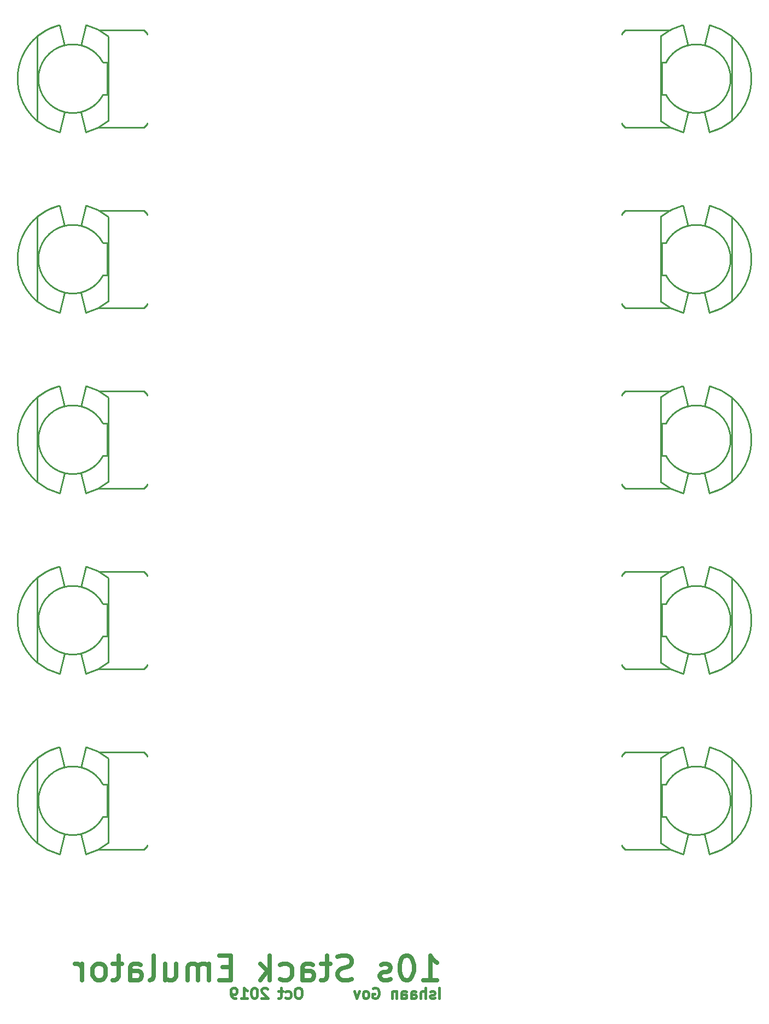
<source format=gbr>
G04 #@! TF.GenerationSoftware,KiCad,Pcbnew,(5.1.4)-1*
G04 #@! TF.CreationDate,2019-10-23T20:28:56-04:00*
G04 #@! TF.ProjectId,Fusion Cell Emulator,46757369-6f6e-4204-9365-6c6c20456d75,rev?*
G04 #@! TF.SameCoordinates,Original*
G04 #@! TF.FileFunction,Legend,Bot*
G04 #@! TF.FilePolarity,Positive*
%FSLAX46Y46*%
G04 Gerber Fmt 4.6, Leading zero omitted, Abs format (unit mm)*
G04 Created by KiCad (PCBNEW (5.1.4)-1) date 2019-10-23 20:28:56*
%MOMM*%
%LPD*%
G04 APERTURE LIST*
%ADD10C,0.381000*%
%ADD11C,0.635000*%
%ADD12C,0.254000*%
%ADD13C,7.476200*%
%ADD14C,7.576200*%
%ADD15C,3.076200*%
%ADD16C,0.100000*%
%ADD17C,11.576200*%
%ADD18C,5.076200*%
%ADD19C,2.276200*%
%ADD20R,2.276200X2.276200*%
%ADD21O,1.676200X1.676200*%
%ADD22C,1.676200*%
%ADD23O,1.776200X1.776200*%
%ADD24R,1.776200X1.776200*%
%ADD25O,1.776200X2.026200*%
%ADD26C,1.776200*%
%ADD27O,2.276200X2.276200*%
%ADD28C,1.876200*%
%ADD29R,1.876200X1.876200*%
%ADD30R,1.676200X1.676200*%
%ADD31C,1.600200*%
G04 APERTURE END LIST*
D10*
X160857595Y-134731880D02*
X160857595Y-133080880D01*
X160150023Y-134653261D02*
X159992785Y-134731880D01*
X159678309Y-134731880D01*
X159521071Y-134653261D01*
X159442452Y-134496023D01*
X159442452Y-134417404D01*
X159521071Y-134260166D01*
X159678309Y-134181547D01*
X159914166Y-134181547D01*
X160071404Y-134102928D01*
X160150023Y-133945690D01*
X160150023Y-133867071D01*
X160071404Y-133709833D01*
X159914166Y-133631214D01*
X159678309Y-133631214D01*
X159521071Y-133709833D01*
X158734880Y-134731880D02*
X158734880Y-133080880D01*
X158027309Y-134731880D02*
X158027309Y-133867071D01*
X158105928Y-133709833D01*
X158263166Y-133631214D01*
X158499023Y-133631214D01*
X158656261Y-133709833D01*
X158734880Y-133788452D01*
X156533547Y-134731880D02*
X156533547Y-133867071D01*
X156612166Y-133709833D01*
X156769404Y-133631214D01*
X157083880Y-133631214D01*
X157241119Y-133709833D01*
X156533547Y-134653261D02*
X156690785Y-134731880D01*
X157083880Y-134731880D01*
X157241119Y-134653261D01*
X157319738Y-134496023D01*
X157319738Y-134338785D01*
X157241119Y-134181547D01*
X157083880Y-134102928D01*
X156690785Y-134102928D01*
X156533547Y-134024309D01*
X155039785Y-134731880D02*
X155039785Y-133867071D01*
X155118404Y-133709833D01*
X155275642Y-133631214D01*
X155590119Y-133631214D01*
X155747357Y-133709833D01*
X155039785Y-134653261D02*
X155197023Y-134731880D01*
X155590119Y-134731880D01*
X155747357Y-134653261D01*
X155825976Y-134496023D01*
X155825976Y-134338785D01*
X155747357Y-134181547D01*
X155590119Y-134102928D01*
X155197023Y-134102928D01*
X155039785Y-134024309D01*
X154253595Y-133631214D02*
X154253595Y-134731880D01*
X154253595Y-133788452D02*
X154174976Y-133709833D01*
X154017738Y-133631214D01*
X153781880Y-133631214D01*
X153624642Y-133709833D01*
X153546023Y-133867071D01*
X153546023Y-134731880D01*
X150637119Y-133159500D02*
X150794357Y-133080880D01*
X151030214Y-133080880D01*
X151266071Y-133159500D01*
X151423309Y-133316738D01*
X151501928Y-133473976D01*
X151580547Y-133788452D01*
X151580547Y-134024309D01*
X151501928Y-134338785D01*
X151423309Y-134496023D01*
X151266071Y-134653261D01*
X151030214Y-134731880D01*
X150872976Y-134731880D01*
X150637119Y-134653261D01*
X150558500Y-134574642D01*
X150558500Y-134024309D01*
X150872976Y-134024309D01*
X149615071Y-134731880D02*
X149772309Y-134653261D01*
X149850928Y-134574642D01*
X149929547Y-134417404D01*
X149929547Y-133945690D01*
X149850928Y-133788452D01*
X149772309Y-133709833D01*
X149615071Y-133631214D01*
X149379214Y-133631214D01*
X149221976Y-133709833D01*
X149143357Y-133788452D01*
X149064738Y-133945690D01*
X149064738Y-134417404D01*
X149143357Y-134574642D01*
X149221976Y-134653261D01*
X149379214Y-134731880D01*
X149615071Y-134731880D01*
X148514404Y-133631214D02*
X148121309Y-134731880D01*
X147728214Y-133631214D01*
X139237357Y-133080880D02*
X138922880Y-133080880D01*
X138765642Y-133159500D01*
X138608404Y-133316738D01*
X138529785Y-133631214D01*
X138529785Y-134181547D01*
X138608404Y-134496023D01*
X138765642Y-134653261D01*
X138922880Y-134731880D01*
X139237357Y-134731880D01*
X139394595Y-134653261D01*
X139551833Y-134496023D01*
X139630452Y-134181547D01*
X139630452Y-133631214D01*
X139551833Y-133316738D01*
X139394595Y-133159500D01*
X139237357Y-133080880D01*
X137114642Y-134653261D02*
X137271880Y-134731880D01*
X137586357Y-134731880D01*
X137743595Y-134653261D01*
X137822214Y-134574642D01*
X137900833Y-134417404D01*
X137900833Y-133945690D01*
X137822214Y-133788452D01*
X137743595Y-133709833D01*
X137586357Y-133631214D01*
X137271880Y-133631214D01*
X137114642Y-133709833D01*
X136642928Y-133631214D02*
X136013976Y-133631214D01*
X136407071Y-133080880D02*
X136407071Y-134496023D01*
X136328452Y-134653261D01*
X136171214Y-134731880D01*
X136013976Y-134731880D01*
X134284357Y-133238119D02*
X134205738Y-133159500D01*
X134048500Y-133080880D01*
X133655404Y-133080880D01*
X133498166Y-133159500D01*
X133419547Y-133238119D01*
X133340928Y-133395357D01*
X133340928Y-133552595D01*
X133419547Y-133788452D01*
X134362976Y-134731880D01*
X133340928Y-134731880D01*
X132318880Y-133080880D02*
X132161642Y-133080880D01*
X132004404Y-133159500D01*
X131925785Y-133238119D01*
X131847166Y-133395357D01*
X131768547Y-133709833D01*
X131768547Y-134102928D01*
X131847166Y-134417404D01*
X131925785Y-134574642D01*
X132004404Y-134653261D01*
X132161642Y-134731880D01*
X132318880Y-134731880D01*
X132476119Y-134653261D01*
X132554738Y-134574642D01*
X132633357Y-134417404D01*
X132711976Y-134102928D01*
X132711976Y-133709833D01*
X132633357Y-133395357D01*
X132554738Y-133238119D01*
X132476119Y-133159500D01*
X132318880Y-133080880D01*
X130196166Y-134731880D02*
X131139595Y-134731880D01*
X130667880Y-134731880D02*
X130667880Y-133080880D01*
X130825119Y-133316738D01*
X130982357Y-133473976D01*
X131139595Y-133552595D01*
X129409976Y-134731880D02*
X129095500Y-134731880D01*
X128938261Y-134653261D01*
X128859642Y-134574642D01*
X128702404Y-134338785D01*
X128623785Y-134024309D01*
X128623785Y-133395357D01*
X128702404Y-133238119D01*
X128781023Y-133159500D01*
X128938261Y-133080880D01*
X129252738Y-133080880D01*
X129409976Y-133159500D01*
X129488595Y-133238119D01*
X129567214Y-133395357D01*
X129567214Y-133788452D01*
X129488595Y-133945690D01*
X129409976Y-134024309D01*
X129252738Y-134102928D01*
X128938261Y-134102928D01*
X128781023Y-134024309D01*
X128702404Y-133945690D01*
X128623785Y-133788452D01*
D11*
X158387142Y-131898571D02*
X160564285Y-131898571D01*
X159475714Y-131898571D02*
X159475714Y-128088571D01*
X159838571Y-128632857D01*
X160201428Y-128995714D01*
X160564285Y-129177142D01*
X156028571Y-128088571D02*
X155665714Y-128088571D01*
X155302857Y-128270000D01*
X155121428Y-128451428D01*
X154940000Y-128814285D01*
X154758571Y-129540000D01*
X154758571Y-130447142D01*
X154940000Y-131172857D01*
X155121428Y-131535714D01*
X155302857Y-131717142D01*
X155665714Y-131898571D01*
X156028571Y-131898571D01*
X156391428Y-131717142D01*
X156572857Y-131535714D01*
X156754285Y-131172857D01*
X156935714Y-130447142D01*
X156935714Y-129540000D01*
X156754285Y-128814285D01*
X156572857Y-128451428D01*
X156391428Y-128270000D01*
X156028571Y-128088571D01*
X153307142Y-131717142D02*
X152944285Y-131898571D01*
X152218571Y-131898571D01*
X151855714Y-131717142D01*
X151674285Y-131354285D01*
X151674285Y-131172857D01*
X151855714Y-130810000D01*
X152218571Y-130628571D01*
X152762857Y-130628571D01*
X153125714Y-130447142D01*
X153307142Y-130084285D01*
X153307142Y-129902857D01*
X153125714Y-129540000D01*
X152762857Y-129358571D01*
X152218571Y-129358571D01*
X151855714Y-129540000D01*
X147320000Y-131717142D02*
X146775714Y-131898571D01*
X145868571Y-131898571D01*
X145505714Y-131717142D01*
X145324285Y-131535714D01*
X145142857Y-131172857D01*
X145142857Y-130810000D01*
X145324285Y-130447142D01*
X145505714Y-130265714D01*
X145868571Y-130084285D01*
X146594285Y-129902857D01*
X146957142Y-129721428D01*
X147138571Y-129540000D01*
X147320000Y-129177142D01*
X147320000Y-128814285D01*
X147138571Y-128451428D01*
X146957142Y-128270000D01*
X146594285Y-128088571D01*
X145687142Y-128088571D01*
X145142857Y-128270000D01*
X144054285Y-129358571D02*
X142602857Y-129358571D01*
X143510000Y-128088571D02*
X143510000Y-131354285D01*
X143328571Y-131717142D01*
X142965714Y-131898571D01*
X142602857Y-131898571D01*
X139700000Y-131898571D02*
X139700000Y-129902857D01*
X139881428Y-129540000D01*
X140244285Y-129358571D01*
X140970000Y-129358571D01*
X141332857Y-129540000D01*
X139700000Y-131717142D02*
X140062857Y-131898571D01*
X140970000Y-131898571D01*
X141332857Y-131717142D01*
X141514285Y-131354285D01*
X141514285Y-130991428D01*
X141332857Y-130628571D01*
X140970000Y-130447142D01*
X140062857Y-130447142D01*
X139700000Y-130265714D01*
X136252857Y-131717142D02*
X136615714Y-131898571D01*
X137341428Y-131898571D01*
X137704285Y-131717142D01*
X137885714Y-131535714D01*
X138067142Y-131172857D01*
X138067142Y-130084285D01*
X137885714Y-129721428D01*
X137704285Y-129540000D01*
X137341428Y-129358571D01*
X136615714Y-129358571D01*
X136252857Y-129540000D01*
X134620000Y-131898571D02*
X134620000Y-128088571D01*
X134257142Y-130447142D02*
X133168571Y-131898571D01*
X133168571Y-129358571D02*
X134620000Y-130810000D01*
X128632857Y-129902857D02*
X127362857Y-129902857D01*
X126818571Y-131898571D02*
X128632857Y-131898571D01*
X128632857Y-128088571D01*
X126818571Y-128088571D01*
X125185714Y-131898571D02*
X125185714Y-129358571D01*
X125185714Y-129721428D02*
X125004285Y-129540000D01*
X124641428Y-129358571D01*
X124097142Y-129358571D01*
X123734285Y-129540000D01*
X123552857Y-129902857D01*
X123552857Y-131898571D01*
X123552857Y-129902857D02*
X123371428Y-129540000D01*
X123008571Y-129358571D01*
X122464285Y-129358571D01*
X122101428Y-129540000D01*
X121920000Y-129902857D01*
X121920000Y-131898571D01*
X118472857Y-129358571D02*
X118472857Y-131898571D01*
X120105714Y-129358571D02*
X120105714Y-131354285D01*
X119924285Y-131717142D01*
X119561428Y-131898571D01*
X119017142Y-131898571D01*
X118654285Y-131717142D01*
X118472857Y-131535714D01*
X116114285Y-131898571D02*
X116477142Y-131717142D01*
X116658571Y-131354285D01*
X116658571Y-128088571D01*
X113030000Y-131898571D02*
X113030000Y-129902857D01*
X113211428Y-129540000D01*
X113574285Y-129358571D01*
X114300000Y-129358571D01*
X114662857Y-129540000D01*
X113030000Y-131717142D02*
X113392857Y-131898571D01*
X114300000Y-131898571D01*
X114662857Y-131717142D01*
X114844285Y-131354285D01*
X114844285Y-130991428D01*
X114662857Y-130628571D01*
X114300000Y-130447142D01*
X113392857Y-130447142D01*
X113030000Y-130265714D01*
X111760000Y-129358571D02*
X110308571Y-129358571D01*
X111215714Y-128088571D02*
X111215714Y-131354285D01*
X111034285Y-131717142D01*
X110671428Y-131898571D01*
X110308571Y-131898571D01*
X108494285Y-131898571D02*
X108857142Y-131717142D01*
X109038571Y-131535714D01*
X109220000Y-131172857D01*
X109220000Y-130084285D01*
X109038571Y-129721428D01*
X108857142Y-129540000D01*
X108494285Y-129358571D01*
X107950000Y-129358571D01*
X107587142Y-129540000D01*
X107405714Y-129721428D01*
X107224285Y-130084285D01*
X107224285Y-131172857D01*
X107405714Y-131535714D01*
X107587142Y-131717142D01*
X107950000Y-131898571D01*
X108494285Y-131898571D01*
X105591428Y-131898571D02*
X105591428Y-129358571D01*
X105591428Y-130084285D02*
X105410000Y-129721428D01*
X105228571Y-129540000D01*
X104865714Y-129358571D01*
X104502857Y-129358571D01*
D12*
G04 #@! TO.C,RV10*
X204160000Y-104140000D02*
G75*
G03X204160000Y-104140000I-3500000J0D01*
G01*
X202719999Y-95841874D02*
X201941777Y-98976722D01*
X206159999Y-97593818D02*
G75*
G03X202719999Y-95841874I-5499999J-6546182D01*
G01*
X206160000Y-110686182D02*
X206160000Y-97593818D01*
X202720000Y-112438126D02*
G75*
G03X206160000Y-110686182I-2060000J8298126D01*
G01*
X201941777Y-109303278D02*
X202719999Y-112438126D01*
X201941778Y-109303277D02*
G75*
G03X201941777Y-98976722I-1281778J5163277D01*
G01*
X195160000Y-97593818D02*
X195160001Y-110686182D01*
X198600000Y-95841874D02*
G75*
G03X195160000Y-97593818I2060000J-8298126D01*
G01*
X199378223Y-98976722D02*
X198600001Y-95841874D01*
X199378222Y-98976721D02*
G75*
G03X195964002Y-101640000I1281778J-5163279D01*
G01*
X195340000Y-101640000D02*
X195964002Y-101640000D01*
X195340001Y-106640000D02*
X195340000Y-101640000D01*
X195964002Y-106640000D02*
X195340001Y-106640000D01*
X195964003Y-106640000D02*
G75*
G03X199378223Y-109303278I4695997J2500000D01*
G01*
X198600000Y-112438126D02*
X199378223Y-109303278D01*
X195160000Y-110686182D02*
G75*
G03X198600000Y-112438126I5500000J6546182D01*
G01*
X195964002Y-101640001D02*
X195340000Y-101640000D01*
X195964003Y-106640000D02*
G75*
G03X195964002Y-101640001I4695997J2500000D01*
G01*
X195340001Y-106640000D02*
X195964002Y-106640000D01*
X195340000Y-101640000D02*
X195340001Y-106640000D01*
X189660000Y-111690000D02*
X196647520Y-111689999D01*
X189160000Y-111190000D02*
X189660000Y-111690000D01*
X189160000Y-110998000D02*
X189160000Y-111190000D01*
X189160000Y-97090001D02*
X189160000Y-97282000D01*
X189660001Y-96590001D02*
X189160000Y-97090001D01*
X196647520Y-96590001D02*
X189660001Y-96590001D01*
X202720000Y-112438125D02*
G75*
G03X206159999Y-97593818I-2060000J8298125D01*
G01*
G04 #@! TO.C,RV6*
X204160000Y-48260000D02*
G75*
G03X204160000Y-48260000I-3500000J0D01*
G01*
X202719999Y-39961874D02*
X201941777Y-43096722D01*
X206159999Y-41713818D02*
G75*
G03X202719999Y-39961874I-5499999J-6546182D01*
G01*
X206160000Y-54806182D02*
X206160000Y-41713818D01*
X202720000Y-56558126D02*
G75*
G03X206160000Y-54806182I-2060000J8298126D01*
G01*
X201941777Y-53423278D02*
X202719999Y-56558126D01*
X201941778Y-53423277D02*
G75*
G03X201941777Y-43096722I-1281778J5163277D01*
G01*
X195160000Y-41713818D02*
X195160001Y-54806182D01*
X198600000Y-39961874D02*
G75*
G03X195160000Y-41713818I2060000J-8298126D01*
G01*
X199378223Y-43096722D02*
X198600001Y-39961874D01*
X199378222Y-43096721D02*
G75*
G03X195964002Y-45760000I1281778J-5163279D01*
G01*
X195340000Y-45760000D02*
X195964002Y-45760000D01*
X195340001Y-50760000D02*
X195340000Y-45760000D01*
X195964002Y-50760000D02*
X195340001Y-50760000D01*
X195964003Y-50760000D02*
G75*
G03X199378223Y-53423278I4695997J2500000D01*
G01*
X198600000Y-56558126D02*
X199378223Y-53423278D01*
X195160000Y-54806182D02*
G75*
G03X198600000Y-56558126I5500000J6546182D01*
G01*
X195964002Y-45760001D02*
X195340000Y-45760000D01*
X195964003Y-50760000D02*
G75*
G03X195964002Y-45760001I4695997J2500000D01*
G01*
X195340001Y-50760000D02*
X195964002Y-50760000D01*
X195340000Y-45760000D02*
X195340001Y-50760000D01*
X189660000Y-55810000D02*
X196647520Y-55809999D01*
X189160000Y-55310000D02*
X189660000Y-55810000D01*
X189160000Y-55118000D02*
X189160000Y-55310000D01*
X189160000Y-41210001D02*
X189160000Y-41402000D01*
X189660001Y-40710001D02*
X189160000Y-41210001D01*
X196647520Y-40710001D02*
X189660001Y-40710001D01*
X202720000Y-56558125D02*
G75*
G03X206159999Y-41713818I-2060000J8298125D01*
G01*
G04 #@! TO.C,RV4*
X204160000Y-20320000D02*
G75*
G03X204160000Y-20320000I-3500000J0D01*
G01*
X202719999Y-12021874D02*
X201941777Y-15156722D01*
X206159999Y-13773818D02*
G75*
G03X202719999Y-12021874I-5499999J-6546182D01*
G01*
X206160000Y-26866182D02*
X206160000Y-13773818D01*
X202720000Y-28618126D02*
G75*
G03X206160000Y-26866182I-2060000J8298126D01*
G01*
X201941777Y-25483278D02*
X202719999Y-28618126D01*
X201941778Y-25483277D02*
G75*
G03X201941777Y-15156722I-1281778J5163277D01*
G01*
X195160000Y-13773818D02*
X195160001Y-26866182D01*
X198600000Y-12021874D02*
G75*
G03X195160000Y-13773818I2060000J-8298126D01*
G01*
X199378223Y-15156722D02*
X198600001Y-12021874D01*
X199378222Y-15156721D02*
G75*
G03X195964002Y-17820000I1281778J-5163279D01*
G01*
X195340000Y-17820000D02*
X195964002Y-17820000D01*
X195340001Y-22820000D02*
X195340000Y-17820000D01*
X195964002Y-22820000D02*
X195340001Y-22820000D01*
X195964003Y-22820000D02*
G75*
G03X199378223Y-25483278I4695997J2500000D01*
G01*
X198600000Y-28618126D02*
X199378223Y-25483278D01*
X195160000Y-26866182D02*
G75*
G03X198600000Y-28618126I5500000J6546182D01*
G01*
X195964002Y-17820001D02*
X195340000Y-17820000D01*
X195964003Y-22820000D02*
G75*
G03X195964002Y-17820001I4695997J2500000D01*
G01*
X195340001Y-22820000D02*
X195964002Y-22820000D01*
X195340000Y-17820000D02*
X195340001Y-22820000D01*
X189660000Y-27870000D02*
X196647520Y-27869999D01*
X189160000Y-27370000D02*
X189660000Y-27870000D01*
X189160000Y-27178000D02*
X189160000Y-27370000D01*
X189160000Y-13270001D02*
X189160000Y-13462000D01*
X189660001Y-12770001D02*
X189160000Y-13270001D01*
X196647520Y-12770001D02*
X189660001Y-12770001D01*
X202720000Y-28618125D02*
G75*
G03X206159999Y-13773818I-2060000J8298125D01*
G01*
G04 #@! TO.C,RV9*
X107640000Y-104140000D02*
G75*
G03X107640000Y-104140000I-3500000J0D01*
G01*
X102080001Y-112438126D02*
X102858223Y-109303278D01*
X98640001Y-110686182D02*
G75*
G03X102080001Y-112438126I5499999J6546182D01*
G01*
X98640000Y-97593818D02*
X98640000Y-110686182D01*
X102080000Y-95841874D02*
G75*
G03X98640000Y-97593818I2060000J-8298126D01*
G01*
X102858223Y-98976722D02*
X102080001Y-95841874D01*
X102858222Y-98976723D02*
G75*
G03X102858223Y-109303278I1281778J-5163277D01*
G01*
X109640000Y-110686182D02*
X109639999Y-97593818D01*
X106200000Y-112438126D02*
G75*
G03X109640000Y-110686182I-2060000J8298126D01*
G01*
X105421777Y-109303278D02*
X106199999Y-112438126D01*
X105421778Y-109303279D02*
G75*
G03X108835998Y-106640000I-1281778J5163279D01*
G01*
X109460000Y-106640000D02*
X108835998Y-106640000D01*
X109459999Y-101640000D02*
X109460000Y-106640000D01*
X108835998Y-101640000D02*
X109459999Y-101640000D01*
X108835997Y-101640000D02*
G75*
G03X105421777Y-98976722I-4695997J-2500000D01*
G01*
X106200000Y-95841874D02*
X105421777Y-98976722D01*
X109640000Y-97593818D02*
G75*
G03X106200000Y-95841874I-5500000J-6546182D01*
G01*
X108835998Y-106639999D02*
X109460000Y-106640000D01*
X108835997Y-101640000D02*
G75*
G03X108835998Y-106639999I-4695997J-2500000D01*
G01*
X109459999Y-101640000D02*
X108835998Y-101640000D01*
X109460000Y-106640000D02*
X109459999Y-101640000D01*
X115140000Y-96590000D02*
X108152480Y-96590001D01*
X115640000Y-97090000D02*
X115140000Y-96590000D01*
X115640000Y-97282000D02*
X115640000Y-97090000D01*
X115640000Y-111189999D02*
X115640000Y-110998000D01*
X115139999Y-111689999D02*
X115640000Y-111189999D01*
X108152480Y-111689999D02*
X115139999Y-111689999D01*
X102080000Y-95841875D02*
G75*
G03X98640001Y-110686182I2060000J-8298125D01*
G01*
G04 #@! TO.C,RV8*
X204160000Y-76200000D02*
G75*
G03X204160000Y-76200000I-3500000J0D01*
G01*
X202719999Y-67901874D02*
X201941777Y-71036722D01*
X206159999Y-69653818D02*
G75*
G03X202719999Y-67901874I-5499999J-6546182D01*
G01*
X206160000Y-82746182D02*
X206160000Y-69653818D01*
X202720000Y-84498126D02*
G75*
G03X206160000Y-82746182I-2060000J8298126D01*
G01*
X201941777Y-81363278D02*
X202719999Y-84498126D01*
X201941778Y-81363277D02*
G75*
G03X201941777Y-71036722I-1281778J5163277D01*
G01*
X195160000Y-69653818D02*
X195160001Y-82746182D01*
X198600000Y-67901874D02*
G75*
G03X195160000Y-69653818I2060000J-8298126D01*
G01*
X199378223Y-71036722D02*
X198600001Y-67901874D01*
X199378222Y-71036721D02*
G75*
G03X195964002Y-73700000I1281778J-5163279D01*
G01*
X195340000Y-73700000D02*
X195964002Y-73700000D01*
X195340001Y-78700000D02*
X195340000Y-73700000D01*
X195964002Y-78700000D02*
X195340001Y-78700000D01*
X195964003Y-78700000D02*
G75*
G03X199378223Y-81363278I4695997J2500000D01*
G01*
X198600000Y-84498126D02*
X199378223Y-81363278D01*
X195160000Y-82746182D02*
G75*
G03X198600000Y-84498126I5500000J6546182D01*
G01*
X195964002Y-73700001D02*
X195340000Y-73700000D01*
X195964003Y-78700000D02*
G75*
G03X195964002Y-73700001I4695997J2500000D01*
G01*
X195340001Y-78700000D02*
X195964002Y-78700000D01*
X195340000Y-73700000D02*
X195340001Y-78700000D01*
X189660000Y-83750000D02*
X196647520Y-83749999D01*
X189160000Y-83250000D02*
X189660000Y-83750000D01*
X189160000Y-83058000D02*
X189160000Y-83250000D01*
X189160000Y-69150001D02*
X189160000Y-69342000D01*
X189660001Y-68650001D02*
X189160000Y-69150001D01*
X196647520Y-68650001D02*
X189660001Y-68650001D01*
X202720000Y-84498125D02*
G75*
G03X206159999Y-69653818I-2060000J8298125D01*
G01*
G04 #@! TO.C,RV7*
X107640000Y-76200000D02*
G75*
G03X107640000Y-76200000I-3500000J0D01*
G01*
X102080001Y-84498126D02*
X102858223Y-81363278D01*
X98640001Y-82746182D02*
G75*
G03X102080001Y-84498126I5499999J6546182D01*
G01*
X98640000Y-69653818D02*
X98640000Y-82746182D01*
X102080000Y-67901874D02*
G75*
G03X98640000Y-69653818I2060000J-8298126D01*
G01*
X102858223Y-71036722D02*
X102080001Y-67901874D01*
X102858222Y-71036723D02*
G75*
G03X102858223Y-81363278I1281778J-5163277D01*
G01*
X109640000Y-82746182D02*
X109639999Y-69653818D01*
X106200000Y-84498126D02*
G75*
G03X109640000Y-82746182I-2060000J8298126D01*
G01*
X105421777Y-81363278D02*
X106199999Y-84498126D01*
X105421778Y-81363279D02*
G75*
G03X108835998Y-78700000I-1281778J5163279D01*
G01*
X109460000Y-78700000D02*
X108835998Y-78700000D01*
X109459999Y-73700000D02*
X109460000Y-78700000D01*
X108835998Y-73700000D02*
X109459999Y-73700000D01*
X108835997Y-73700000D02*
G75*
G03X105421777Y-71036722I-4695997J-2500000D01*
G01*
X106200000Y-67901874D02*
X105421777Y-71036722D01*
X109640000Y-69653818D02*
G75*
G03X106200000Y-67901874I-5500000J-6546182D01*
G01*
X108835998Y-78699999D02*
X109460000Y-78700000D01*
X108835997Y-73700000D02*
G75*
G03X108835998Y-78699999I-4695997J-2500000D01*
G01*
X109459999Y-73700000D02*
X108835998Y-73700000D01*
X109460000Y-78700000D02*
X109459999Y-73700000D01*
X115140000Y-68650000D02*
X108152480Y-68650001D01*
X115640000Y-69150000D02*
X115140000Y-68650000D01*
X115640000Y-69342000D02*
X115640000Y-69150000D01*
X115640000Y-83249999D02*
X115640000Y-83058000D01*
X115139999Y-83749999D02*
X115640000Y-83249999D01*
X108152480Y-83749999D02*
X115139999Y-83749999D01*
X102080000Y-67901875D02*
G75*
G03X98640001Y-82746182I2060000J-8298125D01*
G01*
G04 #@! TO.C,RV5*
X107640000Y-48260000D02*
G75*
G03X107640000Y-48260000I-3500000J0D01*
G01*
X102080001Y-56558126D02*
X102858223Y-53423278D01*
X98640001Y-54806182D02*
G75*
G03X102080001Y-56558126I5499999J6546182D01*
G01*
X98640000Y-41713818D02*
X98640000Y-54806182D01*
X102080000Y-39961874D02*
G75*
G03X98640000Y-41713818I2060000J-8298126D01*
G01*
X102858223Y-43096722D02*
X102080001Y-39961874D01*
X102858222Y-43096723D02*
G75*
G03X102858223Y-53423278I1281778J-5163277D01*
G01*
X109640000Y-54806182D02*
X109639999Y-41713818D01*
X106200000Y-56558126D02*
G75*
G03X109640000Y-54806182I-2060000J8298126D01*
G01*
X105421777Y-53423278D02*
X106199999Y-56558126D01*
X105421778Y-53423279D02*
G75*
G03X108835998Y-50760000I-1281778J5163279D01*
G01*
X109460000Y-50760000D02*
X108835998Y-50760000D01*
X109459999Y-45760000D02*
X109460000Y-50760000D01*
X108835998Y-45760000D02*
X109459999Y-45760000D01*
X108835997Y-45760000D02*
G75*
G03X105421777Y-43096722I-4695997J-2500000D01*
G01*
X106200000Y-39961874D02*
X105421777Y-43096722D01*
X109640000Y-41713818D02*
G75*
G03X106200000Y-39961874I-5500000J-6546182D01*
G01*
X108835998Y-50759999D02*
X109460000Y-50760000D01*
X108835997Y-45760000D02*
G75*
G03X108835998Y-50759999I-4695997J-2500000D01*
G01*
X109459999Y-45760000D02*
X108835998Y-45760000D01*
X109460000Y-50760000D02*
X109459999Y-45760000D01*
X115140000Y-40710000D02*
X108152480Y-40710001D01*
X115640000Y-41210000D02*
X115140000Y-40710000D01*
X115640000Y-41402000D02*
X115640000Y-41210000D01*
X115640000Y-55309999D02*
X115640000Y-55118000D01*
X115139999Y-55809999D02*
X115640000Y-55309999D01*
X108152480Y-55809999D02*
X115139999Y-55809999D01*
X102080000Y-39961875D02*
G75*
G03X98640001Y-54806182I2060000J-8298125D01*
G01*
G04 #@! TO.C,RV3*
X107640000Y-20320000D02*
G75*
G03X107640000Y-20320000I-3500000J0D01*
G01*
X102080001Y-28618126D02*
X102858223Y-25483278D01*
X98640001Y-26866182D02*
G75*
G03X102080001Y-28618126I5499999J6546182D01*
G01*
X98640000Y-13773818D02*
X98640000Y-26866182D01*
X102080000Y-12021874D02*
G75*
G03X98640000Y-13773818I2060000J-8298126D01*
G01*
X102858223Y-15156722D02*
X102080001Y-12021874D01*
X102858222Y-15156723D02*
G75*
G03X102858223Y-25483278I1281778J-5163277D01*
G01*
X109640000Y-26866182D02*
X109639999Y-13773818D01*
X106200000Y-28618126D02*
G75*
G03X109640000Y-26866182I-2060000J8298126D01*
G01*
X105421777Y-25483278D02*
X106199999Y-28618126D01*
X105421778Y-25483279D02*
G75*
G03X108835998Y-22820000I-1281778J5163279D01*
G01*
X109460000Y-22820000D02*
X108835998Y-22820000D01*
X109459999Y-17820000D02*
X109460000Y-22820000D01*
X108835998Y-17820000D02*
X109459999Y-17820000D01*
X108835997Y-17820000D02*
G75*
G03X105421777Y-15156722I-4695997J-2500000D01*
G01*
X106200000Y-12021874D02*
X105421777Y-15156722D01*
X109640000Y-13773818D02*
G75*
G03X106200000Y-12021874I-5500000J-6546182D01*
G01*
X108835998Y-22819999D02*
X109460000Y-22820000D01*
X108835997Y-17820000D02*
G75*
G03X108835998Y-22819999I-4695997J-2500000D01*
G01*
X109459999Y-17820000D02*
X108835998Y-17820000D01*
X109460000Y-22820000D02*
X109459999Y-17820000D01*
X115140000Y-12770000D02*
X108152480Y-12770001D01*
X115640000Y-13270000D02*
X115140000Y-12770000D01*
X115640000Y-13462000D02*
X115640000Y-13270000D01*
X115640000Y-27369999D02*
X115640000Y-27178000D01*
X115139999Y-27869999D02*
X115640000Y-27369999D01*
X108152480Y-27869999D02*
X115139999Y-27869999D01*
X102080000Y-12021875D02*
G75*
G03X98640001Y-26866182I2060000J-8298125D01*
G01*
G04 #@! TO.C,RV2*
X204160000Y7620000D02*
G75*
G03X204160000Y7620000I-3500000J0D01*
G01*
X202719999Y15918126D02*
X201941777Y12783278D01*
X206159999Y14166182D02*
G75*
G03X202719999Y15918126I-5499999J-6546182D01*
G01*
X206160000Y1073818D02*
X206160000Y14166182D01*
X202720000Y-678126D02*
G75*
G03X206160000Y1073818I-2060000J8298126D01*
G01*
X201941777Y2456722D02*
X202719999Y-678126D01*
X201941778Y2456723D02*
G75*
G03X201941777Y12783278I-1281778J5163277D01*
G01*
X195160000Y14166182D02*
X195160001Y1073818D01*
X198600000Y15918126D02*
G75*
G03X195160000Y14166182I2060000J-8298126D01*
G01*
X199378223Y12783278D02*
X198600001Y15918126D01*
X199378222Y12783279D02*
G75*
G03X195964002Y10120000I1281778J-5163279D01*
G01*
X195340000Y10120000D02*
X195964002Y10120000D01*
X195340001Y5120000D02*
X195340000Y10120000D01*
X195964002Y5120000D02*
X195340001Y5120000D01*
X195964003Y5120000D02*
G75*
G03X199378223Y2456722I4695997J2500000D01*
G01*
X198600000Y-678126D02*
X199378223Y2456722D01*
X195160000Y1073818D02*
G75*
G03X198600000Y-678126I5500000J6546182D01*
G01*
X195964002Y10119999D02*
X195340000Y10120000D01*
X195964003Y5120000D02*
G75*
G03X195964002Y10119999I4695997J2500000D01*
G01*
X195340001Y5120000D02*
X195964002Y5120000D01*
X195340000Y10120000D02*
X195340001Y5120000D01*
X189660000Y70000D02*
X196647520Y70001D01*
X189160000Y570000D02*
X189660000Y70000D01*
X189160000Y762000D02*
X189160000Y570000D01*
X189160000Y14669999D02*
X189160000Y14478000D01*
X189660001Y15169999D02*
X189160000Y14669999D01*
X196647520Y15169999D02*
X189660001Y15169999D01*
X202720000Y-678125D02*
G75*
G03X206159999Y14166182I-2060000J8298125D01*
G01*
G04 #@! TO.C,RV1*
X107640000Y7620000D02*
G75*
G03X107640000Y7620000I-3500000J0D01*
G01*
X102080001Y-678126D02*
X102858223Y2456722D01*
X98640001Y1073818D02*
G75*
G03X102080001Y-678126I5499999J6546182D01*
G01*
X98640000Y14166182D02*
X98640000Y1073818D01*
X102080000Y15918126D02*
G75*
G03X98640000Y14166182I2060000J-8298126D01*
G01*
X102858223Y12783278D02*
X102080001Y15918126D01*
X102858222Y12783277D02*
G75*
G03X102858223Y2456722I1281778J-5163277D01*
G01*
X109640000Y1073818D02*
X109639999Y14166182D01*
X106200000Y-678126D02*
G75*
G03X109640000Y1073818I-2060000J8298126D01*
G01*
X105421777Y2456722D02*
X106199999Y-678126D01*
X105421778Y2456721D02*
G75*
G03X108835998Y5120000I-1281778J5163279D01*
G01*
X109460000Y5120000D02*
X108835998Y5120000D01*
X109459999Y10120000D02*
X109460000Y5120000D01*
X108835998Y10120000D02*
X109459999Y10120000D01*
X108835997Y10120000D02*
G75*
G03X105421777Y12783278I-4695997J-2500000D01*
G01*
X106200000Y15918126D02*
X105421777Y12783278D01*
X109640000Y14166182D02*
G75*
G03X106200000Y15918126I-5500000J-6546182D01*
G01*
X108835998Y5120001D02*
X109460000Y5120000D01*
X108835997Y10120000D02*
G75*
G03X108835998Y5120001I-4695997J-2500000D01*
G01*
X109459999Y10120000D02*
X108835998Y10120000D01*
X109460000Y5120000D02*
X109459999Y10120000D01*
X115140000Y15170000D02*
X108152480Y15169999D01*
X115640000Y14670000D02*
X115140000Y15170000D01*
X115640000Y14478000D02*
X115640000Y14670000D01*
X115640000Y570001D02*
X115640000Y762000D01*
X115139999Y70001D02*
X115640000Y570001D01*
X108152480Y70001D02*
X115139999Y70001D01*
X102080000Y15918125D02*
G75*
G03X98640001Y1073818I2060000J-8298125D01*
G01*
G04 #@! TD*
%LPC*%
D13*
G04 #@! TO.C,REF\002A\002A*
X99060000Y-121920000D03*
G04 #@! TD*
G04 #@! TO.C,REF\002A\002A*
X205740000Y-121920000D03*
G04 #@! TD*
G04 #@! TO.C,REF\002A\002A*
X99060000Y40640000D03*
G04 #@! TD*
G04 #@! TO.C,REF\002A\002A*
X205740000Y40640000D03*
G04 #@! TD*
D14*
G04 #@! TO.C,RV10*
X200660000Y-104140000D03*
D15*
X200660000Y-96340000D03*
D16*
G36*
X189670632Y-97523381D02*
G01*
X189700494Y-97527811D01*
X189729777Y-97535146D01*
X189758201Y-97545316D01*
X189785491Y-97558223D01*
X189811385Y-97573743D01*
X189835632Y-97591727D01*
X189858000Y-97612000D01*
X189878273Y-97634368D01*
X189896257Y-97658615D01*
X189911777Y-97684509D01*
X189924684Y-97711799D01*
X189934854Y-97740223D01*
X189942189Y-97769506D01*
X189946619Y-97799368D01*
X189948100Y-97829520D01*
X189948100Y-100290480D01*
X189946619Y-100320632D01*
X189942189Y-100350494D01*
X189934854Y-100379777D01*
X189924684Y-100408201D01*
X189911777Y-100435491D01*
X189896257Y-100461385D01*
X189878273Y-100485632D01*
X189858000Y-100508000D01*
X189835632Y-100528273D01*
X189811385Y-100546257D01*
X189785491Y-100561777D01*
X189758201Y-100574684D01*
X189729777Y-100584854D01*
X189700494Y-100592189D01*
X189670632Y-100596619D01*
X189640480Y-100598100D01*
X184679520Y-100598100D01*
X184649368Y-100596619D01*
X184619506Y-100592189D01*
X184590223Y-100584854D01*
X184561799Y-100574684D01*
X184534509Y-100561777D01*
X184508615Y-100546257D01*
X184484368Y-100528273D01*
X184462000Y-100508000D01*
X184441727Y-100485632D01*
X184423743Y-100461385D01*
X184408223Y-100435491D01*
X184395316Y-100408201D01*
X184385146Y-100379777D01*
X184377811Y-100350494D01*
X184373381Y-100320632D01*
X184371900Y-100290480D01*
X184371900Y-97829520D01*
X184373381Y-97799368D01*
X184377811Y-97769506D01*
X184385146Y-97740223D01*
X184395316Y-97711799D01*
X184408223Y-97684509D01*
X184423743Y-97658615D01*
X184441727Y-97634368D01*
X184462000Y-97612000D01*
X184484368Y-97591727D01*
X184508615Y-97573743D01*
X184534509Y-97558223D01*
X184561799Y-97545316D01*
X184590223Y-97535146D01*
X184619506Y-97527811D01*
X184649368Y-97523381D01*
X184679520Y-97521900D01*
X189640480Y-97521900D01*
X189670632Y-97523381D01*
X189670632Y-97523381D01*
G37*
D15*
X187160000Y-99060000D03*
D16*
G36*
X189670632Y-102603381D02*
G01*
X189700494Y-102607811D01*
X189729777Y-102615146D01*
X189758201Y-102625316D01*
X189785491Y-102638223D01*
X189811385Y-102653743D01*
X189835632Y-102671727D01*
X189858000Y-102692000D01*
X189878273Y-102714368D01*
X189896257Y-102738615D01*
X189911777Y-102764509D01*
X189924684Y-102791799D01*
X189934854Y-102820223D01*
X189942189Y-102849506D01*
X189946619Y-102879368D01*
X189948100Y-102909520D01*
X189948100Y-105370480D01*
X189946619Y-105400632D01*
X189942189Y-105430494D01*
X189934854Y-105459777D01*
X189924684Y-105488201D01*
X189911777Y-105515491D01*
X189896257Y-105541385D01*
X189878273Y-105565632D01*
X189858000Y-105588000D01*
X189835632Y-105608273D01*
X189811385Y-105626257D01*
X189785491Y-105641777D01*
X189758201Y-105654684D01*
X189729777Y-105664854D01*
X189700494Y-105672189D01*
X189670632Y-105676619D01*
X189640480Y-105678100D01*
X184679520Y-105678100D01*
X184649368Y-105676619D01*
X184619506Y-105672189D01*
X184590223Y-105664854D01*
X184561799Y-105654684D01*
X184534509Y-105641777D01*
X184508615Y-105626257D01*
X184484368Y-105608273D01*
X184462000Y-105588000D01*
X184441727Y-105565632D01*
X184423743Y-105541385D01*
X184408223Y-105515491D01*
X184395316Y-105488201D01*
X184385146Y-105459777D01*
X184377811Y-105430494D01*
X184373381Y-105400632D01*
X184371900Y-105370480D01*
X184371900Y-102909520D01*
X184373381Y-102879368D01*
X184377811Y-102849506D01*
X184385146Y-102820223D01*
X184395316Y-102791799D01*
X184408223Y-102764509D01*
X184423743Y-102738615D01*
X184441727Y-102714368D01*
X184462000Y-102692000D01*
X184484368Y-102671727D01*
X184508615Y-102653743D01*
X184534509Y-102638223D01*
X184561799Y-102625316D01*
X184590223Y-102615146D01*
X184619506Y-102607811D01*
X184649368Y-102603381D01*
X184679520Y-102601900D01*
X189640480Y-102601900D01*
X189670632Y-102603381D01*
X189670632Y-102603381D01*
G37*
D15*
X187160000Y-104140000D03*
D16*
G36*
X189670632Y-107683381D02*
G01*
X189700494Y-107687811D01*
X189729777Y-107695146D01*
X189758201Y-107705316D01*
X189785491Y-107718223D01*
X189811385Y-107733743D01*
X189835632Y-107751727D01*
X189858000Y-107772000D01*
X189878273Y-107794368D01*
X189896257Y-107818615D01*
X189911777Y-107844509D01*
X189924684Y-107871799D01*
X189934854Y-107900223D01*
X189942189Y-107929506D01*
X189946619Y-107959368D01*
X189948100Y-107989520D01*
X189948100Y-110450480D01*
X189946619Y-110480632D01*
X189942189Y-110510494D01*
X189934854Y-110539777D01*
X189924684Y-110568201D01*
X189911777Y-110595491D01*
X189896257Y-110621385D01*
X189878273Y-110645632D01*
X189858000Y-110668000D01*
X189835632Y-110688273D01*
X189811385Y-110706257D01*
X189785491Y-110721777D01*
X189758201Y-110734684D01*
X189729777Y-110744854D01*
X189700494Y-110752189D01*
X189670632Y-110756619D01*
X189640480Y-110758100D01*
X184679520Y-110758100D01*
X184649368Y-110756619D01*
X184619506Y-110752189D01*
X184590223Y-110744854D01*
X184561799Y-110734684D01*
X184534509Y-110721777D01*
X184508615Y-110706257D01*
X184484368Y-110688273D01*
X184462000Y-110668000D01*
X184441727Y-110645632D01*
X184423743Y-110621385D01*
X184408223Y-110595491D01*
X184395316Y-110568201D01*
X184385146Y-110539777D01*
X184377811Y-110510494D01*
X184373381Y-110480632D01*
X184371900Y-110450480D01*
X184371900Y-107989520D01*
X184373381Y-107959368D01*
X184377811Y-107929506D01*
X184385146Y-107900223D01*
X184395316Y-107871799D01*
X184408223Y-107844509D01*
X184423743Y-107818615D01*
X184441727Y-107794368D01*
X184462000Y-107772000D01*
X184484368Y-107751727D01*
X184508615Y-107733743D01*
X184534509Y-107718223D01*
X184561799Y-107705316D01*
X184590223Y-107695146D01*
X184619506Y-107687811D01*
X184649368Y-107683381D01*
X184679520Y-107681900D01*
X189640480Y-107681900D01*
X189670632Y-107683381D01*
X189670632Y-107683381D01*
G37*
D15*
X187160000Y-109220000D03*
G04 #@! TD*
D14*
G04 #@! TO.C,RV6*
X200660000Y-48260000D03*
D15*
X200660000Y-40460000D03*
D16*
G36*
X189670632Y-41643381D02*
G01*
X189700494Y-41647811D01*
X189729777Y-41655146D01*
X189758201Y-41665316D01*
X189785491Y-41678223D01*
X189811385Y-41693743D01*
X189835632Y-41711727D01*
X189858000Y-41732000D01*
X189878273Y-41754368D01*
X189896257Y-41778615D01*
X189911777Y-41804509D01*
X189924684Y-41831799D01*
X189934854Y-41860223D01*
X189942189Y-41889506D01*
X189946619Y-41919368D01*
X189948100Y-41949520D01*
X189948100Y-44410480D01*
X189946619Y-44440632D01*
X189942189Y-44470494D01*
X189934854Y-44499777D01*
X189924684Y-44528201D01*
X189911777Y-44555491D01*
X189896257Y-44581385D01*
X189878273Y-44605632D01*
X189858000Y-44628000D01*
X189835632Y-44648273D01*
X189811385Y-44666257D01*
X189785491Y-44681777D01*
X189758201Y-44694684D01*
X189729777Y-44704854D01*
X189700494Y-44712189D01*
X189670632Y-44716619D01*
X189640480Y-44718100D01*
X184679520Y-44718100D01*
X184649368Y-44716619D01*
X184619506Y-44712189D01*
X184590223Y-44704854D01*
X184561799Y-44694684D01*
X184534509Y-44681777D01*
X184508615Y-44666257D01*
X184484368Y-44648273D01*
X184462000Y-44628000D01*
X184441727Y-44605632D01*
X184423743Y-44581385D01*
X184408223Y-44555491D01*
X184395316Y-44528201D01*
X184385146Y-44499777D01*
X184377811Y-44470494D01*
X184373381Y-44440632D01*
X184371900Y-44410480D01*
X184371900Y-41949520D01*
X184373381Y-41919368D01*
X184377811Y-41889506D01*
X184385146Y-41860223D01*
X184395316Y-41831799D01*
X184408223Y-41804509D01*
X184423743Y-41778615D01*
X184441727Y-41754368D01*
X184462000Y-41732000D01*
X184484368Y-41711727D01*
X184508615Y-41693743D01*
X184534509Y-41678223D01*
X184561799Y-41665316D01*
X184590223Y-41655146D01*
X184619506Y-41647811D01*
X184649368Y-41643381D01*
X184679520Y-41641900D01*
X189640480Y-41641900D01*
X189670632Y-41643381D01*
X189670632Y-41643381D01*
G37*
D15*
X187160000Y-43180000D03*
D16*
G36*
X189670632Y-46723381D02*
G01*
X189700494Y-46727811D01*
X189729777Y-46735146D01*
X189758201Y-46745316D01*
X189785491Y-46758223D01*
X189811385Y-46773743D01*
X189835632Y-46791727D01*
X189858000Y-46812000D01*
X189878273Y-46834368D01*
X189896257Y-46858615D01*
X189911777Y-46884509D01*
X189924684Y-46911799D01*
X189934854Y-46940223D01*
X189942189Y-46969506D01*
X189946619Y-46999368D01*
X189948100Y-47029520D01*
X189948100Y-49490480D01*
X189946619Y-49520632D01*
X189942189Y-49550494D01*
X189934854Y-49579777D01*
X189924684Y-49608201D01*
X189911777Y-49635491D01*
X189896257Y-49661385D01*
X189878273Y-49685632D01*
X189858000Y-49708000D01*
X189835632Y-49728273D01*
X189811385Y-49746257D01*
X189785491Y-49761777D01*
X189758201Y-49774684D01*
X189729777Y-49784854D01*
X189700494Y-49792189D01*
X189670632Y-49796619D01*
X189640480Y-49798100D01*
X184679520Y-49798100D01*
X184649368Y-49796619D01*
X184619506Y-49792189D01*
X184590223Y-49784854D01*
X184561799Y-49774684D01*
X184534509Y-49761777D01*
X184508615Y-49746257D01*
X184484368Y-49728273D01*
X184462000Y-49708000D01*
X184441727Y-49685632D01*
X184423743Y-49661385D01*
X184408223Y-49635491D01*
X184395316Y-49608201D01*
X184385146Y-49579777D01*
X184377811Y-49550494D01*
X184373381Y-49520632D01*
X184371900Y-49490480D01*
X184371900Y-47029520D01*
X184373381Y-46999368D01*
X184377811Y-46969506D01*
X184385146Y-46940223D01*
X184395316Y-46911799D01*
X184408223Y-46884509D01*
X184423743Y-46858615D01*
X184441727Y-46834368D01*
X184462000Y-46812000D01*
X184484368Y-46791727D01*
X184508615Y-46773743D01*
X184534509Y-46758223D01*
X184561799Y-46745316D01*
X184590223Y-46735146D01*
X184619506Y-46727811D01*
X184649368Y-46723381D01*
X184679520Y-46721900D01*
X189640480Y-46721900D01*
X189670632Y-46723381D01*
X189670632Y-46723381D01*
G37*
D15*
X187160000Y-48260000D03*
D16*
G36*
X189670632Y-51803381D02*
G01*
X189700494Y-51807811D01*
X189729777Y-51815146D01*
X189758201Y-51825316D01*
X189785491Y-51838223D01*
X189811385Y-51853743D01*
X189835632Y-51871727D01*
X189858000Y-51892000D01*
X189878273Y-51914368D01*
X189896257Y-51938615D01*
X189911777Y-51964509D01*
X189924684Y-51991799D01*
X189934854Y-52020223D01*
X189942189Y-52049506D01*
X189946619Y-52079368D01*
X189948100Y-52109520D01*
X189948100Y-54570480D01*
X189946619Y-54600632D01*
X189942189Y-54630494D01*
X189934854Y-54659777D01*
X189924684Y-54688201D01*
X189911777Y-54715491D01*
X189896257Y-54741385D01*
X189878273Y-54765632D01*
X189858000Y-54788000D01*
X189835632Y-54808273D01*
X189811385Y-54826257D01*
X189785491Y-54841777D01*
X189758201Y-54854684D01*
X189729777Y-54864854D01*
X189700494Y-54872189D01*
X189670632Y-54876619D01*
X189640480Y-54878100D01*
X184679520Y-54878100D01*
X184649368Y-54876619D01*
X184619506Y-54872189D01*
X184590223Y-54864854D01*
X184561799Y-54854684D01*
X184534509Y-54841777D01*
X184508615Y-54826257D01*
X184484368Y-54808273D01*
X184462000Y-54788000D01*
X184441727Y-54765632D01*
X184423743Y-54741385D01*
X184408223Y-54715491D01*
X184395316Y-54688201D01*
X184385146Y-54659777D01*
X184377811Y-54630494D01*
X184373381Y-54600632D01*
X184371900Y-54570480D01*
X184371900Y-52109520D01*
X184373381Y-52079368D01*
X184377811Y-52049506D01*
X184385146Y-52020223D01*
X184395316Y-51991799D01*
X184408223Y-51964509D01*
X184423743Y-51938615D01*
X184441727Y-51914368D01*
X184462000Y-51892000D01*
X184484368Y-51871727D01*
X184508615Y-51853743D01*
X184534509Y-51838223D01*
X184561799Y-51825316D01*
X184590223Y-51815146D01*
X184619506Y-51807811D01*
X184649368Y-51803381D01*
X184679520Y-51801900D01*
X189640480Y-51801900D01*
X189670632Y-51803381D01*
X189670632Y-51803381D01*
G37*
D15*
X187160000Y-53340000D03*
G04 #@! TD*
D14*
G04 #@! TO.C,RV4*
X200660000Y-20320000D03*
D15*
X200660000Y-12520000D03*
D16*
G36*
X189670632Y-13703381D02*
G01*
X189700494Y-13707811D01*
X189729777Y-13715146D01*
X189758201Y-13725316D01*
X189785491Y-13738223D01*
X189811385Y-13753743D01*
X189835632Y-13771727D01*
X189858000Y-13792000D01*
X189878273Y-13814368D01*
X189896257Y-13838615D01*
X189911777Y-13864509D01*
X189924684Y-13891799D01*
X189934854Y-13920223D01*
X189942189Y-13949506D01*
X189946619Y-13979368D01*
X189948100Y-14009520D01*
X189948100Y-16470480D01*
X189946619Y-16500632D01*
X189942189Y-16530494D01*
X189934854Y-16559777D01*
X189924684Y-16588201D01*
X189911777Y-16615491D01*
X189896257Y-16641385D01*
X189878273Y-16665632D01*
X189858000Y-16688000D01*
X189835632Y-16708273D01*
X189811385Y-16726257D01*
X189785491Y-16741777D01*
X189758201Y-16754684D01*
X189729777Y-16764854D01*
X189700494Y-16772189D01*
X189670632Y-16776619D01*
X189640480Y-16778100D01*
X184679520Y-16778100D01*
X184649368Y-16776619D01*
X184619506Y-16772189D01*
X184590223Y-16764854D01*
X184561799Y-16754684D01*
X184534509Y-16741777D01*
X184508615Y-16726257D01*
X184484368Y-16708273D01*
X184462000Y-16688000D01*
X184441727Y-16665632D01*
X184423743Y-16641385D01*
X184408223Y-16615491D01*
X184395316Y-16588201D01*
X184385146Y-16559777D01*
X184377811Y-16530494D01*
X184373381Y-16500632D01*
X184371900Y-16470480D01*
X184371900Y-14009520D01*
X184373381Y-13979368D01*
X184377811Y-13949506D01*
X184385146Y-13920223D01*
X184395316Y-13891799D01*
X184408223Y-13864509D01*
X184423743Y-13838615D01*
X184441727Y-13814368D01*
X184462000Y-13792000D01*
X184484368Y-13771727D01*
X184508615Y-13753743D01*
X184534509Y-13738223D01*
X184561799Y-13725316D01*
X184590223Y-13715146D01*
X184619506Y-13707811D01*
X184649368Y-13703381D01*
X184679520Y-13701900D01*
X189640480Y-13701900D01*
X189670632Y-13703381D01*
X189670632Y-13703381D01*
G37*
D15*
X187160000Y-15240000D03*
D16*
G36*
X189670632Y-18783381D02*
G01*
X189700494Y-18787811D01*
X189729777Y-18795146D01*
X189758201Y-18805316D01*
X189785491Y-18818223D01*
X189811385Y-18833743D01*
X189835632Y-18851727D01*
X189858000Y-18872000D01*
X189878273Y-18894368D01*
X189896257Y-18918615D01*
X189911777Y-18944509D01*
X189924684Y-18971799D01*
X189934854Y-19000223D01*
X189942189Y-19029506D01*
X189946619Y-19059368D01*
X189948100Y-19089520D01*
X189948100Y-21550480D01*
X189946619Y-21580632D01*
X189942189Y-21610494D01*
X189934854Y-21639777D01*
X189924684Y-21668201D01*
X189911777Y-21695491D01*
X189896257Y-21721385D01*
X189878273Y-21745632D01*
X189858000Y-21768000D01*
X189835632Y-21788273D01*
X189811385Y-21806257D01*
X189785491Y-21821777D01*
X189758201Y-21834684D01*
X189729777Y-21844854D01*
X189700494Y-21852189D01*
X189670632Y-21856619D01*
X189640480Y-21858100D01*
X184679520Y-21858100D01*
X184649368Y-21856619D01*
X184619506Y-21852189D01*
X184590223Y-21844854D01*
X184561799Y-21834684D01*
X184534509Y-21821777D01*
X184508615Y-21806257D01*
X184484368Y-21788273D01*
X184462000Y-21768000D01*
X184441727Y-21745632D01*
X184423743Y-21721385D01*
X184408223Y-21695491D01*
X184395316Y-21668201D01*
X184385146Y-21639777D01*
X184377811Y-21610494D01*
X184373381Y-21580632D01*
X184371900Y-21550480D01*
X184371900Y-19089520D01*
X184373381Y-19059368D01*
X184377811Y-19029506D01*
X184385146Y-19000223D01*
X184395316Y-18971799D01*
X184408223Y-18944509D01*
X184423743Y-18918615D01*
X184441727Y-18894368D01*
X184462000Y-18872000D01*
X184484368Y-18851727D01*
X184508615Y-18833743D01*
X184534509Y-18818223D01*
X184561799Y-18805316D01*
X184590223Y-18795146D01*
X184619506Y-18787811D01*
X184649368Y-18783381D01*
X184679520Y-18781900D01*
X189640480Y-18781900D01*
X189670632Y-18783381D01*
X189670632Y-18783381D01*
G37*
D15*
X187160000Y-20320000D03*
D16*
G36*
X189670632Y-23863381D02*
G01*
X189700494Y-23867811D01*
X189729777Y-23875146D01*
X189758201Y-23885316D01*
X189785491Y-23898223D01*
X189811385Y-23913743D01*
X189835632Y-23931727D01*
X189858000Y-23952000D01*
X189878273Y-23974368D01*
X189896257Y-23998615D01*
X189911777Y-24024509D01*
X189924684Y-24051799D01*
X189934854Y-24080223D01*
X189942189Y-24109506D01*
X189946619Y-24139368D01*
X189948100Y-24169520D01*
X189948100Y-26630480D01*
X189946619Y-26660632D01*
X189942189Y-26690494D01*
X189934854Y-26719777D01*
X189924684Y-26748201D01*
X189911777Y-26775491D01*
X189896257Y-26801385D01*
X189878273Y-26825632D01*
X189858000Y-26848000D01*
X189835632Y-26868273D01*
X189811385Y-26886257D01*
X189785491Y-26901777D01*
X189758201Y-26914684D01*
X189729777Y-26924854D01*
X189700494Y-26932189D01*
X189670632Y-26936619D01*
X189640480Y-26938100D01*
X184679520Y-26938100D01*
X184649368Y-26936619D01*
X184619506Y-26932189D01*
X184590223Y-26924854D01*
X184561799Y-26914684D01*
X184534509Y-26901777D01*
X184508615Y-26886257D01*
X184484368Y-26868273D01*
X184462000Y-26848000D01*
X184441727Y-26825632D01*
X184423743Y-26801385D01*
X184408223Y-26775491D01*
X184395316Y-26748201D01*
X184385146Y-26719777D01*
X184377811Y-26690494D01*
X184373381Y-26660632D01*
X184371900Y-26630480D01*
X184371900Y-24169520D01*
X184373381Y-24139368D01*
X184377811Y-24109506D01*
X184385146Y-24080223D01*
X184395316Y-24051799D01*
X184408223Y-24024509D01*
X184423743Y-23998615D01*
X184441727Y-23974368D01*
X184462000Y-23952000D01*
X184484368Y-23931727D01*
X184508615Y-23913743D01*
X184534509Y-23898223D01*
X184561799Y-23885316D01*
X184590223Y-23875146D01*
X184619506Y-23867811D01*
X184649368Y-23863381D01*
X184679520Y-23861900D01*
X189640480Y-23861900D01*
X189670632Y-23863381D01*
X189670632Y-23863381D01*
G37*
D15*
X187160000Y-25400000D03*
G04 #@! TD*
D17*
G04 #@! TO.C,J7*
X176530000Y-128270000D03*
G04 #@! TD*
G04 #@! TO.C,J6*
X195580000Y-128270000D03*
G04 #@! TD*
G04 #@! TO.C,J2*
X200660000Y29210000D03*
G04 #@! TD*
G04 #@! TO.C,J1*
X104140000Y29210000D03*
G04 #@! TD*
D18*
G04 #@! TO.C,U13*
X165100000Y-108010000D03*
X139700000Y-108010000D03*
D19*
X154940000Y-111760000D03*
X152400000Y-111760000D03*
D20*
X149860000Y-111760000D03*
G04 #@! TD*
D18*
G04 #@! TO.C,U12*
X165100000Y-92770000D03*
X139700000Y-92770000D03*
D19*
X154940000Y-96520000D03*
X152400000Y-96520000D03*
D20*
X149860000Y-96520000D03*
G04 #@! TD*
D18*
G04 #@! TO.C,U11*
X165100000Y-77530000D03*
X139700000Y-77530000D03*
D19*
X154940000Y-81280000D03*
X152400000Y-81280000D03*
D20*
X149860000Y-81280000D03*
G04 #@! TD*
D18*
G04 #@! TO.C,U10*
X165100000Y-62290000D03*
X139700000Y-62290000D03*
D19*
X154940000Y-66040000D03*
X152400000Y-66040000D03*
D20*
X149860000Y-66040000D03*
G04 #@! TD*
D18*
G04 #@! TO.C,U9*
X165100000Y-47050000D03*
X139700000Y-47050000D03*
D19*
X154940000Y-50800000D03*
X152400000Y-50800000D03*
D20*
X149860000Y-50800000D03*
G04 #@! TD*
D18*
G04 #@! TO.C,U8*
X165100000Y-31810000D03*
X139700000Y-31810000D03*
D19*
X154940000Y-35560000D03*
X152400000Y-35560000D03*
D20*
X149860000Y-35560000D03*
G04 #@! TD*
D18*
G04 #@! TO.C,U7*
X165100000Y-16570000D03*
X139700000Y-16570000D03*
D19*
X154940000Y-20320000D03*
X152400000Y-20320000D03*
D20*
X149860000Y-20320000D03*
G04 #@! TD*
D18*
G04 #@! TO.C,U6*
X165100000Y-1330000D03*
X139700000Y-1330000D03*
D19*
X154940000Y-5080000D03*
X152400000Y-5080000D03*
D20*
X149860000Y-5080000D03*
G04 #@! TD*
D18*
G04 #@! TO.C,U5*
X165100000Y13910000D03*
X139700000Y13910000D03*
D19*
X154940000Y10160000D03*
X152400000Y10160000D03*
D20*
X149860000Y10160000D03*
G04 #@! TD*
D18*
G04 #@! TO.C,U4*
X144780000Y44390000D03*
X119380000Y44390000D03*
D19*
X134620000Y40640000D03*
X132080000Y40640000D03*
D20*
X129540000Y40640000D03*
G04 #@! TD*
D18*
G04 #@! TO.C,U3*
X144780000Y29150000D03*
X119380000Y29150000D03*
D19*
X134620000Y25400000D03*
X132080000Y25400000D03*
D20*
X129540000Y25400000D03*
G04 #@! TD*
D18*
G04 #@! TO.C,U2*
X185420000Y44390000D03*
X160020000Y44390000D03*
D19*
X175260000Y40640000D03*
X172720000Y40640000D03*
D20*
X170180000Y40640000D03*
G04 #@! TD*
D18*
G04 #@! TO.C,U1*
X185420000Y29150000D03*
X160020000Y29150000D03*
D19*
X175260000Y25400000D03*
X172720000Y25400000D03*
D20*
X170180000Y25400000D03*
G04 #@! TD*
D14*
G04 #@! TO.C,RV9*
X104140000Y-104140000D03*
D15*
X104140000Y-111940000D03*
D16*
G36*
X120150632Y-107683381D02*
G01*
X120180494Y-107687811D01*
X120209777Y-107695146D01*
X120238201Y-107705316D01*
X120265491Y-107718223D01*
X120291385Y-107733743D01*
X120315632Y-107751727D01*
X120338000Y-107772000D01*
X120358273Y-107794368D01*
X120376257Y-107818615D01*
X120391777Y-107844509D01*
X120404684Y-107871799D01*
X120414854Y-107900223D01*
X120422189Y-107929506D01*
X120426619Y-107959368D01*
X120428100Y-107989520D01*
X120428100Y-110450480D01*
X120426619Y-110480632D01*
X120422189Y-110510494D01*
X120414854Y-110539777D01*
X120404684Y-110568201D01*
X120391777Y-110595491D01*
X120376257Y-110621385D01*
X120358273Y-110645632D01*
X120338000Y-110668000D01*
X120315632Y-110688273D01*
X120291385Y-110706257D01*
X120265491Y-110721777D01*
X120238201Y-110734684D01*
X120209777Y-110744854D01*
X120180494Y-110752189D01*
X120150632Y-110756619D01*
X120120480Y-110758100D01*
X115159520Y-110758100D01*
X115129368Y-110756619D01*
X115099506Y-110752189D01*
X115070223Y-110744854D01*
X115041799Y-110734684D01*
X115014509Y-110721777D01*
X114988615Y-110706257D01*
X114964368Y-110688273D01*
X114942000Y-110668000D01*
X114921727Y-110645632D01*
X114903743Y-110621385D01*
X114888223Y-110595491D01*
X114875316Y-110568201D01*
X114865146Y-110539777D01*
X114857811Y-110510494D01*
X114853381Y-110480632D01*
X114851900Y-110450480D01*
X114851900Y-107989520D01*
X114853381Y-107959368D01*
X114857811Y-107929506D01*
X114865146Y-107900223D01*
X114875316Y-107871799D01*
X114888223Y-107844509D01*
X114903743Y-107818615D01*
X114921727Y-107794368D01*
X114942000Y-107772000D01*
X114964368Y-107751727D01*
X114988615Y-107733743D01*
X115014509Y-107718223D01*
X115041799Y-107705316D01*
X115070223Y-107695146D01*
X115099506Y-107687811D01*
X115129368Y-107683381D01*
X115159520Y-107681900D01*
X120120480Y-107681900D01*
X120150632Y-107683381D01*
X120150632Y-107683381D01*
G37*
D15*
X117640000Y-109220000D03*
D16*
G36*
X120150632Y-102603381D02*
G01*
X120180494Y-102607811D01*
X120209777Y-102615146D01*
X120238201Y-102625316D01*
X120265491Y-102638223D01*
X120291385Y-102653743D01*
X120315632Y-102671727D01*
X120338000Y-102692000D01*
X120358273Y-102714368D01*
X120376257Y-102738615D01*
X120391777Y-102764509D01*
X120404684Y-102791799D01*
X120414854Y-102820223D01*
X120422189Y-102849506D01*
X120426619Y-102879368D01*
X120428100Y-102909520D01*
X120428100Y-105370480D01*
X120426619Y-105400632D01*
X120422189Y-105430494D01*
X120414854Y-105459777D01*
X120404684Y-105488201D01*
X120391777Y-105515491D01*
X120376257Y-105541385D01*
X120358273Y-105565632D01*
X120338000Y-105588000D01*
X120315632Y-105608273D01*
X120291385Y-105626257D01*
X120265491Y-105641777D01*
X120238201Y-105654684D01*
X120209777Y-105664854D01*
X120180494Y-105672189D01*
X120150632Y-105676619D01*
X120120480Y-105678100D01*
X115159520Y-105678100D01*
X115129368Y-105676619D01*
X115099506Y-105672189D01*
X115070223Y-105664854D01*
X115041799Y-105654684D01*
X115014509Y-105641777D01*
X114988615Y-105626257D01*
X114964368Y-105608273D01*
X114942000Y-105588000D01*
X114921727Y-105565632D01*
X114903743Y-105541385D01*
X114888223Y-105515491D01*
X114875316Y-105488201D01*
X114865146Y-105459777D01*
X114857811Y-105430494D01*
X114853381Y-105400632D01*
X114851900Y-105370480D01*
X114851900Y-102909520D01*
X114853381Y-102879368D01*
X114857811Y-102849506D01*
X114865146Y-102820223D01*
X114875316Y-102791799D01*
X114888223Y-102764509D01*
X114903743Y-102738615D01*
X114921727Y-102714368D01*
X114942000Y-102692000D01*
X114964368Y-102671727D01*
X114988615Y-102653743D01*
X115014509Y-102638223D01*
X115041799Y-102625316D01*
X115070223Y-102615146D01*
X115099506Y-102607811D01*
X115129368Y-102603381D01*
X115159520Y-102601900D01*
X120120480Y-102601900D01*
X120150632Y-102603381D01*
X120150632Y-102603381D01*
G37*
D15*
X117640000Y-104140000D03*
D16*
G36*
X120150632Y-97523381D02*
G01*
X120180494Y-97527811D01*
X120209777Y-97535146D01*
X120238201Y-97545316D01*
X120265491Y-97558223D01*
X120291385Y-97573743D01*
X120315632Y-97591727D01*
X120338000Y-97612000D01*
X120358273Y-97634368D01*
X120376257Y-97658615D01*
X120391777Y-97684509D01*
X120404684Y-97711799D01*
X120414854Y-97740223D01*
X120422189Y-97769506D01*
X120426619Y-97799368D01*
X120428100Y-97829520D01*
X120428100Y-100290480D01*
X120426619Y-100320632D01*
X120422189Y-100350494D01*
X120414854Y-100379777D01*
X120404684Y-100408201D01*
X120391777Y-100435491D01*
X120376257Y-100461385D01*
X120358273Y-100485632D01*
X120338000Y-100508000D01*
X120315632Y-100528273D01*
X120291385Y-100546257D01*
X120265491Y-100561777D01*
X120238201Y-100574684D01*
X120209777Y-100584854D01*
X120180494Y-100592189D01*
X120150632Y-100596619D01*
X120120480Y-100598100D01*
X115159520Y-100598100D01*
X115129368Y-100596619D01*
X115099506Y-100592189D01*
X115070223Y-100584854D01*
X115041799Y-100574684D01*
X115014509Y-100561777D01*
X114988615Y-100546257D01*
X114964368Y-100528273D01*
X114942000Y-100508000D01*
X114921727Y-100485632D01*
X114903743Y-100461385D01*
X114888223Y-100435491D01*
X114875316Y-100408201D01*
X114865146Y-100379777D01*
X114857811Y-100350494D01*
X114853381Y-100320632D01*
X114851900Y-100290480D01*
X114851900Y-97829520D01*
X114853381Y-97799368D01*
X114857811Y-97769506D01*
X114865146Y-97740223D01*
X114875316Y-97711799D01*
X114888223Y-97684509D01*
X114903743Y-97658615D01*
X114921727Y-97634368D01*
X114942000Y-97612000D01*
X114964368Y-97591727D01*
X114988615Y-97573743D01*
X115014509Y-97558223D01*
X115041799Y-97545316D01*
X115070223Y-97535146D01*
X115099506Y-97527811D01*
X115129368Y-97523381D01*
X115159520Y-97521900D01*
X120120480Y-97521900D01*
X120150632Y-97523381D01*
X120150632Y-97523381D01*
G37*
D15*
X117640000Y-99060000D03*
G04 #@! TD*
D14*
G04 #@! TO.C,RV8*
X200660000Y-76200000D03*
D15*
X200660000Y-68400000D03*
D16*
G36*
X189670632Y-69583381D02*
G01*
X189700494Y-69587811D01*
X189729777Y-69595146D01*
X189758201Y-69605316D01*
X189785491Y-69618223D01*
X189811385Y-69633743D01*
X189835632Y-69651727D01*
X189858000Y-69672000D01*
X189878273Y-69694368D01*
X189896257Y-69718615D01*
X189911777Y-69744509D01*
X189924684Y-69771799D01*
X189934854Y-69800223D01*
X189942189Y-69829506D01*
X189946619Y-69859368D01*
X189948100Y-69889520D01*
X189948100Y-72350480D01*
X189946619Y-72380632D01*
X189942189Y-72410494D01*
X189934854Y-72439777D01*
X189924684Y-72468201D01*
X189911777Y-72495491D01*
X189896257Y-72521385D01*
X189878273Y-72545632D01*
X189858000Y-72568000D01*
X189835632Y-72588273D01*
X189811385Y-72606257D01*
X189785491Y-72621777D01*
X189758201Y-72634684D01*
X189729777Y-72644854D01*
X189700494Y-72652189D01*
X189670632Y-72656619D01*
X189640480Y-72658100D01*
X184679520Y-72658100D01*
X184649368Y-72656619D01*
X184619506Y-72652189D01*
X184590223Y-72644854D01*
X184561799Y-72634684D01*
X184534509Y-72621777D01*
X184508615Y-72606257D01*
X184484368Y-72588273D01*
X184462000Y-72568000D01*
X184441727Y-72545632D01*
X184423743Y-72521385D01*
X184408223Y-72495491D01*
X184395316Y-72468201D01*
X184385146Y-72439777D01*
X184377811Y-72410494D01*
X184373381Y-72380632D01*
X184371900Y-72350480D01*
X184371900Y-69889520D01*
X184373381Y-69859368D01*
X184377811Y-69829506D01*
X184385146Y-69800223D01*
X184395316Y-69771799D01*
X184408223Y-69744509D01*
X184423743Y-69718615D01*
X184441727Y-69694368D01*
X184462000Y-69672000D01*
X184484368Y-69651727D01*
X184508615Y-69633743D01*
X184534509Y-69618223D01*
X184561799Y-69605316D01*
X184590223Y-69595146D01*
X184619506Y-69587811D01*
X184649368Y-69583381D01*
X184679520Y-69581900D01*
X189640480Y-69581900D01*
X189670632Y-69583381D01*
X189670632Y-69583381D01*
G37*
D15*
X187160000Y-71120000D03*
D16*
G36*
X189670632Y-74663381D02*
G01*
X189700494Y-74667811D01*
X189729777Y-74675146D01*
X189758201Y-74685316D01*
X189785491Y-74698223D01*
X189811385Y-74713743D01*
X189835632Y-74731727D01*
X189858000Y-74752000D01*
X189878273Y-74774368D01*
X189896257Y-74798615D01*
X189911777Y-74824509D01*
X189924684Y-74851799D01*
X189934854Y-74880223D01*
X189942189Y-74909506D01*
X189946619Y-74939368D01*
X189948100Y-74969520D01*
X189948100Y-77430480D01*
X189946619Y-77460632D01*
X189942189Y-77490494D01*
X189934854Y-77519777D01*
X189924684Y-77548201D01*
X189911777Y-77575491D01*
X189896257Y-77601385D01*
X189878273Y-77625632D01*
X189858000Y-77648000D01*
X189835632Y-77668273D01*
X189811385Y-77686257D01*
X189785491Y-77701777D01*
X189758201Y-77714684D01*
X189729777Y-77724854D01*
X189700494Y-77732189D01*
X189670632Y-77736619D01*
X189640480Y-77738100D01*
X184679520Y-77738100D01*
X184649368Y-77736619D01*
X184619506Y-77732189D01*
X184590223Y-77724854D01*
X184561799Y-77714684D01*
X184534509Y-77701777D01*
X184508615Y-77686257D01*
X184484368Y-77668273D01*
X184462000Y-77648000D01*
X184441727Y-77625632D01*
X184423743Y-77601385D01*
X184408223Y-77575491D01*
X184395316Y-77548201D01*
X184385146Y-77519777D01*
X184377811Y-77490494D01*
X184373381Y-77460632D01*
X184371900Y-77430480D01*
X184371900Y-74969520D01*
X184373381Y-74939368D01*
X184377811Y-74909506D01*
X184385146Y-74880223D01*
X184395316Y-74851799D01*
X184408223Y-74824509D01*
X184423743Y-74798615D01*
X184441727Y-74774368D01*
X184462000Y-74752000D01*
X184484368Y-74731727D01*
X184508615Y-74713743D01*
X184534509Y-74698223D01*
X184561799Y-74685316D01*
X184590223Y-74675146D01*
X184619506Y-74667811D01*
X184649368Y-74663381D01*
X184679520Y-74661900D01*
X189640480Y-74661900D01*
X189670632Y-74663381D01*
X189670632Y-74663381D01*
G37*
D15*
X187160000Y-76200000D03*
D16*
G36*
X189670632Y-79743381D02*
G01*
X189700494Y-79747811D01*
X189729777Y-79755146D01*
X189758201Y-79765316D01*
X189785491Y-79778223D01*
X189811385Y-79793743D01*
X189835632Y-79811727D01*
X189858000Y-79832000D01*
X189878273Y-79854368D01*
X189896257Y-79878615D01*
X189911777Y-79904509D01*
X189924684Y-79931799D01*
X189934854Y-79960223D01*
X189942189Y-79989506D01*
X189946619Y-80019368D01*
X189948100Y-80049520D01*
X189948100Y-82510480D01*
X189946619Y-82540632D01*
X189942189Y-82570494D01*
X189934854Y-82599777D01*
X189924684Y-82628201D01*
X189911777Y-82655491D01*
X189896257Y-82681385D01*
X189878273Y-82705632D01*
X189858000Y-82728000D01*
X189835632Y-82748273D01*
X189811385Y-82766257D01*
X189785491Y-82781777D01*
X189758201Y-82794684D01*
X189729777Y-82804854D01*
X189700494Y-82812189D01*
X189670632Y-82816619D01*
X189640480Y-82818100D01*
X184679520Y-82818100D01*
X184649368Y-82816619D01*
X184619506Y-82812189D01*
X184590223Y-82804854D01*
X184561799Y-82794684D01*
X184534509Y-82781777D01*
X184508615Y-82766257D01*
X184484368Y-82748273D01*
X184462000Y-82728000D01*
X184441727Y-82705632D01*
X184423743Y-82681385D01*
X184408223Y-82655491D01*
X184395316Y-82628201D01*
X184385146Y-82599777D01*
X184377811Y-82570494D01*
X184373381Y-82540632D01*
X184371900Y-82510480D01*
X184371900Y-80049520D01*
X184373381Y-80019368D01*
X184377811Y-79989506D01*
X184385146Y-79960223D01*
X184395316Y-79931799D01*
X184408223Y-79904509D01*
X184423743Y-79878615D01*
X184441727Y-79854368D01*
X184462000Y-79832000D01*
X184484368Y-79811727D01*
X184508615Y-79793743D01*
X184534509Y-79778223D01*
X184561799Y-79765316D01*
X184590223Y-79755146D01*
X184619506Y-79747811D01*
X184649368Y-79743381D01*
X184679520Y-79741900D01*
X189640480Y-79741900D01*
X189670632Y-79743381D01*
X189670632Y-79743381D01*
G37*
D15*
X187160000Y-81280000D03*
G04 #@! TD*
D14*
G04 #@! TO.C,RV7*
X104140000Y-76200000D03*
D15*
X104140000Y-84000000D03*
D16*
G36*
X120150632Y-79743381D02*
G01*
X120180494Y-79747811D01*
X120209777Y-79755146D01*
X120238201Y-79765316D01*
X120265491Y-79778223D01*
X120291385Y-79793743D01*
X120315632Y-79811727D01*
X120338000Y-79832000D01*
X120358273Y-79854368D01*
X120376257Y-79878615D01*
X120391777Y-79904509D01*
X120404684Y-79931799D01*
X120414854Y-79960223D01*
X120422189Y-79989506D01*
X120426619Y-80019368D01*
X120428100Y-80049520D01*
X120428100Y-82510480D01*
X120426619Y-82540632D01*
X120422189Y-82570494D01*
X120414854Y-82599777D01*
X120404684Y-82628201D01*
X120391777Y-82655491D01*
X120376257Y-82681385D01*
X120358273Y-82705632D01*
X120338000Y-82728000D01*
X120315632Y-82748273D01*
X120291385Y-82766257D01*
X120265491Y-82781777D01*
X120238201Y-82794684D01*
X120209777Y-82804854D01*
X120180494Y-82812189D01*
X120150632Y-82816619D01*
X120120480Y-82818100D01*
X115159520Y-82818100D01*
X115129368Y-82816619D01*
X115099506Y-82812189D01*
X115070223Y-82804854D01*
X115041799Y-82794684D01*
X115014509Y-82781777D01*
X114988615Y-82766257D01*
X114964368Y-82748273D01*
X114942000Y-82728000D01*
X114921727Y-82705632D01*
X114903743Y-82681385D01*
X114888223Y-82655491D01*
X114875316Y-82628201D01*
X114865146Y-82599777D01*
X114857811Y-82570494D01*
X114853381Y-82540632D01*
X114851900Y-82510480D01*
X114851900Y-80049520D01*
X114853381Y-80019368D01*
X114857811Y-79989506D01*
X114865146Y-79960223D01*
X114875316Y-79931799D01*
X114888223Y-79904509D01*
X114903743Y-79878615D01*
X114921727Y-79854368D01*
X114942000Y-79832000D01*
X114964368Y-79811727D01*
X114988615Y-79793743D01*
X115014509Y-79778223D01*
X115041799Y-79765316D01*
X115070223Y-79755146D01*
X115099506Y-79747811D01*
X115129368Y-79743381D01*
X115159520Y-79741900D01*
X120120480Y-79741900D01*
X120150632Y-79743381D01*
X120150632Y-79743381D01*
G37*
D15*
X117640000Y-81280000D03*
D16*
G36*
X120150632Y-74663381D02*
G01*
X120180494Y-74667811D01*
X120209777Y-74675146D01*
X120238201Y-74685316D01*
X120265491Y-74698223D01*
X120291385Y-74713743D01*
X120315632Y-74731727D01*
X120338000Y-74752000D01*
X120358273Y-74774368D01*
X120376257Y-74798615D01*
X120391777Y-74824509D01*
X120404684Y-74851799D01*
X120414854Y-74880223D01*
X120422189Y-74909506D01*
X120426619Y-74939368D01*
X120428100Y-74969520D01*
X120428100Y-77430480D01*
X120426619Y-77460632D01*
X120422189Y-77490494D01*
X120414854Y-77519777D01*
X120404684Y-77548201D01*
X120391777Y-77575491D01*
X120376257Y-77601385D01*
X120358273Y-77625632D01*
X120338000Y-77648000D01*
X120315632Y-77668273D01*
X120291385Y-77686257D01*
X120265491Y-77701777D01*
X120238201Y-77714684D01*
X120209777Y-77724854D01*
X120180494Y-77732189D01*
X120150632Y-77736619D01*
X120120480Y-77738100D01*
X115159520Y-77738100D01*
X115129368Y-77736619D01*
X115099506Y-77732189D01*
X115070223Y-77724854D01*
X115041799Y-77714684D01*
X115014509Y-77701777D01*
X114988615Y-77686257D01*
X114964368Y-77668273D01*
X114942000Y-77648000D01*
X114921727Y-77625632D01*
X114903743Y-77601385D01*
X114888223Y-77575491D01*
X114875316Y-77548201D01*
X114865146Y-77519777D01*
X114857811Y-77490494D01*
X114853381Y-77460632D01*
X114851900Y-77430480D01*
X114851900Y-74969520D01*
X114853381Y-74939368D01*
X114857811Y-74909506D01*
X114865146Y-74880223D01*
X114875316Y-74851799D01*
X114888223Y-74824509D01*
X114903743Y-74798615D01*
X114921727Y-74774368D01*
X114942000Y-74752000D01*
X114964368Y-74731727D01*
X114988615Y-74713743D01*
X115014509Y-74698223D01*
X115041799Y-74685316D01*
X115070223Y-74675146D01*
X115099506Y-74667811D01*
X115129368Y-74663381D01*
X115159520Y-74661900D01*
X120120480Y-74661900D01*
X120150632Y-74663381D01*
X120150632Y-74663381D01*
G37*
D15*
X117640000Y-76200000D03*
D16*
G36*
X120150632Y-69583381D02*
G01*
X120180494Y-69587811D01*
X120209777Y-69595146D01*
X120238201Y-69605316D01*
X120265491Y-69618223D01*
X120291385Y-69633743D01*
X120315632Y-69651727D01*
X120338000Y-69672000D01*
X120358273Y-69694368D01*
X120376257Y-69718615D01*
X120391777Y-69744509D01*
X120404684Y-69771799D01*
X120414854Y-69800223D01*
X120422189Y-69829506D01*
X120426619Y-69859368D01*
X120428100Y-69889520D01*
X120428100Y-72350480D01*
X120426619Y-72380632D01*
X120422189Y-72410494D01*
X120414854Y-72439777D01*
X120404684Y-72468201D01*
X120391777Y-72495491D01*
X120376257Y-72521385D01*
X120358273Y-72545632D01*
X120338000Y-72568000D01*
X120315632Y-72588273D01*
X120291385Y-72606257D01*
X120265491Y-72621777D01*
X120238201Y-72634684D01*
X120209777Y-72644854D01*
X120180494Y-72652189D01*
X120150632Y-72656619D01*
X120120480Y-72658100D01*
X115159520Y-72658100D01*
X115129368Y-72656619D01*
X115099506Y-72652189D01*
X115070223Y-72644854D01*
X115041799Y-72634684D01*
X115014509Y-72621777D01*
X114988615Y-72606257D01*
X114964368Y-72588273D01*
X114942000Y-72568000D01*
X114921727Y-72545632D01*
X114903743Y-72521385D01*
X114888223Y-72495491D01*
X114875316Y-72468201D01*
X114865146Y-72439777D01*
X114857811Y-72410494D01*
X114853381Y-72380632D01*
X114851900Y-72350480D01*
X114851900Y-69889520D01*
X114853381Y-69859368D01*
X114857811Y-69829506D01*
X114865146Y-69800223D01*
X114875316Y-69771799D01*
X114888223Y-69744509D01*
X114903743Y-69718615D01*
X114921727Y-69694368D01*
X114942000Y-69672000D01*
X114964368Y-69651727D01*
X114988615Y-69633743D01*
X115014509Y-69618223D01*
X115041799Y-69605316D01*
X115070223Y-69595146D01*
X115099506Y-69587811D01*
X115129368Y-69583381D01*
X115159520Y-69581900D01*
X120120480Y-69581900D01*
X120150632Y-69583381D01*
X120150632Y-69583381D01*
G37*
D15*
X117640000Y-71120000D03*
G04 #@! TD*
D14*
G04 #@! TO.C,RV5*
X104140000Y-48260000D03*
D15*
X104140000Y-56060000D03*
D16*
G36*
X120150632Y-51803381D02*
G01*
X120180494Y-51807811D01*
X120209777Y-51815146D01*
X120238201Y-51825316D01*
X120265491Y-51838223D01*
X120291385Y-51853743D01*
X120315632Y-51871727D01*
X120338000Y-51892000D01*
X120358273Y-51914368D01*
X120376257Y-51938615D01*
X120391777Y-51964509D01*
X120404684Y-51991799D01*
X120414854Y-52020223D01*
X120422189Y-52049506D01*
X120426619Y-52079368D01*
X120428100Y-52109520D01*
X120428100Y-54570480D01*
X120426619Y-54600632D01*
X120422189Y-54630494D01*
X120414854Y-54659777D01*
X120404684Y-54688201D01*
X120391777Y-54715491D01*
X120376257Y-54741385D01*
X120358273Y-54765632D01*
X120338000Y-54788000D01*
X120315632Y-54808273D01*
X120291385Y-54826257D01*
X120265491Y-54841777D01*
X120238201Y-54854684D01*
X120209777Y-54864854D01*
X120180494Y-54872189D01*
X120150632Y-54876619D01*
X120120480Y-54878100D01*
X115159520Y-54878100D01*
X115129368Y-54876619D01*
X115099506Y-54872189D01*
X115070223Y-54864854D01*
X115041799Y-54854684D01*
X115014509Y-54841777D01*
X114988615Y-54826257D01*
X114964368Y-54808273D01*
X114942000Y-54788000D01*
X114921727Y-54765632D01*
X114903743Y-54741385D01*
X114888223Y-54715491D01*
X114875316Y-54688201D01*
X114865146Y-54659777D01*
X114857811Y-54630494D01*
X114853381Y-54600632D01*
X114851900Y-54570480D01*
X114851900Y-52109520D01*
X114853381Y-52079368D01*
X114857811Y-52049506D01*
X114865146Y-52020223D01*
X114875316Y-51991799D01*
X114888223Y-51964509D01*
X114903743Y-51938615D01*
X114921727Y-51914368D01*
X114942000Y-51892000D01*
X114964368Y-51871727D01*
X114988615Y-51853743D01*
X115014509Y-51838223D01*
X115041799Y-51825316D01*
X115070223Y-51815146D01*
X115099506Y-51807811D01*
X115129368Y-51803381D01*
X115159520Y-51801900D01*
X120120480Y-51801900D01*
X120150632Y-51803381D01*
X120150632Y-51803381D01*
G37*
D15*
X117640000Y-53340000D03*
D16*
G36*
X120150632Y-46723381D02*
G01*
X120180494Y-46727811D01*
X120209777Y-46735146D01*
X120238201Y-46745316D01*
X120265491Y-46758223D01*
X120291385Y-46773743D01*
X120315632Y-46791727D01*
X120338000Y-46812000D01*
X120358273Y-46834368D01*
X120376257Y-46858615D01*
X120391777Y-46884509D01*
X120404684Y-46911799D01*
X120414854Y-46940223D01*
X120422189Y-46969506D01*
X120426619Y-46999368D01*
X120428100Y-47029520D01*
X120428100Y-49490480D01*
X120426619Y-49520632D01*
X120422189Y-49550494D01*
X120414854Y-49579777D01*
X120404684Y-49608201D01*
X120391777Y-49635491D01*
X120376257Y-49661385D01*
X120358273Y-49685632D01*
X120338000Y-49708000D01*
X120315632Y-49728273D01*
X120291385Y-49746257D01*
X120265491Y-49761777D01*
X120238201Y-49774684D01*
X120209777Y-49784854D01*
X120180494Y-49792189D01*
X120150632Y-49796619D01*
X120120480Y-49798100D01*
X115159520Y-49798100D01*
X115129368Y-49796619D01*
X115099506Y-49792189D01*
X115070223Y-49784854D01*
X115041799Y-49774684D01*
X115014509Y-49761777D01*
X114988615Y-49746257D01*
X114964368Y-49728273D01*
X114942000Y-49708000D01*
X114921727Y-49685632D01*
X114903743Y-49661385D01*
X114888223Y-49635491D01*
X114875316Y-49608201D01*
X114865146Y-49579777D01*
X114857811Y-49550494D01*
X114853381Y-49520632D01*
X114851900Y-49490480D01*
X114851900Y-47029520D01*
X114853381Y-46999368D01*
X114857811Y-46969506D01*
X114865146Y-46940223D01*
X114875316Y-46911799D01*
X114888223Y-46884509D01*
X114903743Y-46858615D01*
X114921727Y-46834368D01*
X114942000Y-46812000D01*
X114964368Y-46791727D01*
X114988615Y-46773743D01*
X115014509Y-46758223D01*
X115041799Y-46745316D01*
X115070223Y-46735146D01*
X115099506Y-46727811D01*
X115129368Y-46723381D01*
X115159520Y-46721900D01*
X120120480Y-46721900D01*
X120150632Y-46723381D01*
X120150632Y-46723381D01*
G37*
D15*
X117640000Y-48260000D03*
D16*
G36*
X120150632Y-41643381D02*
G01*
X120180494Y-41647811D01*
X120209777Y-41655146D01*
X120238201Y-41665316D01*
X120265491Y-41678223D01*
X120291385Y-41693743D01*
X120315632Y-41711727D01*
X120338000Y-41732000D01*
X120358273Y-41754368D01*
X120376257Y-41778615D01*
X120391777Y-41804509D01*
X120404684Y-41831799D01*
X120414854Y-41860223D01*
X120422189Y-41889506D01*
X120426619Y-41919368D01*
X120428100Y-41949520D01*
X120428100Y-44410480D01*
X120426619Y-44440632D01*
X120422189Y-44470494D01*
X120414854Y-44499777D01*
X120404684Y-44528201D01*
X120391777Y-44555491D01*
X120376257Y-44581385D01*
X120358273Y-44605632D01*
X120338000Y-44628000D01*
X120315632Y-44648273D01*
X120291385Y-44666257D01*
X120265491Y-44681777D01*
X120238201Y-44694684D01*
X120209777Y-44704854D01*
X120180494Y-44712189D01*
X120150632Y-44716619D01*
X120120480Y-44718100D01*
X115159520Y-44718100D01*
X115129368Y-44716619D01*
X115099506Y-44712189D01*
X115070223Y-44704854D01*
X115041799Y-44694684D01*
X115014509Y-44681777D01*
X114988615Y-44666257D01*
X114964368Y-44648273D01*
X114942000Y-44628000D01*
X114921727Y-44605632D01*
X114903743Y-44581385D01*
X114888223Y-44555491D01*
X114875316Y-44528201D01*
X114865146Y-44499777D01*
X114857811Y-44470494D01*
X114853381Y-44440632D01*
X114851900Y-44410480D01*
X114851900Y-41949520D01*
X114853381Y-41919368D01*
X114857811Y-41889506D01*
X114865146Y-41860223D01*
X114875316Y-41831799D01*
X114888223Y-41804509D01*
X114903743Y-41778615D01*
X114921727Y-41754368D01*
X114942000Y-41732000D01*
X114964368Y-41711727D01*
X114988615Y-41693743D01*
X115014509Y-41678223D01*
X115041799Y-41665316D01*
X115070223Y-41655146D01*
X115099506Y-41647811D01*
X115129368Y-41643381D01*
X115159520Y-41641900D01*
X120120480Y-41641900D01*
X120150632Y-41643381D01*
X120150632Y-41643381D01*
G37*
D15*
X117640000Y-43180000D03*
G04 #@! TD*
D14*
G04 #@! TO.C,RV3*
X104140000Y-20320000D03*
D15*
X104140000Y-28120000D03*
D16*
G36*
X120150632Y-23863381D02*
G01*
X120180494Y-23867811D01*
X120209777Y-23875146D01*
X120238201Y-23885316D01*
X120265491Y-23898223D01*
X120291385Y-23913743D01*
X120315632Y-23931727D01*
X120338000Y-23952000D01*
X120358273Y-23974368D01*
X120376257Y-23998615D01*
X120391777Y-24024509D01*
X120404684Y-24051799D01*
X120414854Y-24080223D01*
X120422189Y-24109506D01*
X120426619Y-24139368D01*
X120428100Y-24169520D01*
X120428100Y-26630480D01*
X120426619Y-26660632D01*
X120422189Y-26690494D01*
X120414854Y-26719777D01*
X120404684Y-26748201D01*
X120391777Y-26775491D01*
X120376257Y-26801385D01*
X120358273Y-26825632D01*
X120338000Y-26848000D01*
X120315632Y-26868273D01*
X120291385Y-26886257D01*
X120265491Y-26901777D01*
X120238201Y-26914684D01*
X120209777Y-26924854D01*
X120180494Y-26932189D01*
X120150632Y-26936619D01*
X120120480Y-26938100D01*
X115159520Y-26938100D01*
X115129368Y-26936619D01*
X115099506Y-26932189D01*
X115070223Y-26924854D01*
X115041799Y-26914684D01*
X115014509Y-26901777D01*
X114988615Y-26886257D01*
X114964368Y-26868273D01*
X114942000Y-26848000D01*
X114921727Y-26825632D01*
X114903743Y-26801385D01*
X114888223Y-26775491D01*
X114875316Y-26748201D01*
X114865146Y-26719777D01*
X114857811Y-26690494D01*
X114853381Y-26660632D01*
X114851900Y-26630480D01*
X114851900Y-24169520D01*
X114853381Y-24139368D01*
X114857811Y-24109506D01*
X114865146Y-24080223D01*
X114875316Y-24051799D01*
X114888223Y-24024509D01*
X114903743Y-23998615D01*
X114921727Y-23974368D01*
X114942000Y-23952000D01*
X114964368Y-23931727D01*
X114988615Y-23913743D01*
X115014509Y-23898223D01*
X115041799Y-23885316D01*
X115070223Y-23875146D01*
X115099506Y-23867811D01*
X115129368Y-23863381D01*
X115159520Y-23861900D01*
X120120480Y-23861900D01*
X120150632Y-23863381D01*
X120150632Y-23863381D01*
G37*
D15*
X117640000Y-25400000D03*
D16*
G36*
X120150632Y-18783381D02*
G01*
X120180494Y-18787811D01*
X120209777Y-18795146D01*
X120238201Y-18805316D01*
X120265491Y-18818223D01*
X120291385Y-18833743D01*
X120315632Y-18851727D01*
X120338000Y-18872000D01*
X120358273Y-18894368D01*
X120376257Y-18918615D01*
X120391777Y-18944509D01*
X120404684Y-18971799D01*
X120414854Y-19000223D01*
X120422189Y-19029506D01*
X120426619Y-19059368D01*
X120428100Y-19089520D01*
X120428100Y-21550480D01*
X120426619Y-21580632D01*
X120422189Y-21610494D01*
X120414854Y-21639777D01*
X120404684Y-21668201D01*
X120391777Y-21695491D01*
X120376257Y-21721385D01*
X120358273Y-21745632D01*
X120338000Y-21768000D01*
X120315632Y-21788273D01*
X120291385Y-21806257D01*
X120265491Y-21821777D01*
X120238201Y-21834684D01*
X120209777Y-21844854D01*
X120180494Y-21852189D01*
X120150632Y-21856619D01*
X120120480Y-21858100D01*
X115159520Y-21858100D01*
X115129368Y-21856619D01*
X115099506Y-21852189D01*
X115070223Y-21844854D01*
X115041799Y-21834684D01*
X115014509Y-21821777D01*
X114988615Y-21806257D01*
X114964368Y-21788273D01*
X114942000Y-21768000D01*
X114921727Y-21745632D01*
X114903743Y-21721385D01*
X114888223Y-21695491D01*
X114875316Y-21668201D01*
X114865146Y-21639777D01*
X114857811Y-21610494D01*
X114853381Y-21580632D01*
X114851900Y-21550480D01*
X114851900Y-19089520D01*
X114853381Y-19059368D01*
X114857811Y-19029506D01*
X114865146Y-19000223D01*
X114875316Y-18971799D01*
X114888223Y-18944509D01*
X114903743Y-18918615D01*
X114921727Y-18894368D01*
X114942000Y-18872000D01*
X114964368Y-18851727D01*
X114988615Y-18833743D01*
X115014509Y-18818223D01*
X115041799Y-18805316D01*
X115070223Y-18795146D01*
X115099506Y-18787811D01*
X115129368Y-18783381D01*
X115159520Y-18781900D01*
X120120480Y-18781900D01*
X120150632Y-18783381D01*
X120150632Y-18783381D01*
G37*
D15*
X117640000Y-20320000D03*
D16*
G36*
X120150632Y-13703381D02*
G01*
X120180494Y-13707811D01*
X120209777Y-13715146D01*
X120238201Y-13725316D01*
X120265491Y-13738223D01*
X120291385Y-13753743D01*
X120315632Y-13771727D01*
X120338000Y-13792000D01*
X120358273Y-13814368D01*
X120376257Y-13838615D01*
X120391777Y-13864509D01*
X120404684Y-13891799D01*
X120414854Y-13920223D01*
X120422189Y-13949506D01*
X120426619Y-13979368D01*
X120428100Y-14009520D01*
X120428100Y-16470480D01*
X120426619Y-16500632D01*
X120422189Y-16530494D01*
X120414854Y-16559777D01*
X120404684Y-16588201D01*
X120391777Y-16615491D01*
X120376257Y-16641385D01*
X120358273Y-16665632D01*
X120338000Y-16688000D01*
X120315632Y-16708273D01*
X120291385Y-16726257D01*
X120265491Y-16741777D01*
X120238201Y-16754684D01*
X120209777Y-16764854D01*
X120180494Y-16772189D01*
X120150632Y-16776619D01*
X120120480Y-16778100D01*
X115159520Y-16778100D01*
X115129368Y-16776619D01*
X115099506Y-16772189D01*
X115070223Y-16764854D01*
X115041799Y-16754684D01*
X115014509Y-16741777D01*
X114988615Y-16726257D01*
X114964368Y-16708273D01*
X114942000Y-16688000D01*
X114921727Y-16665632D01*
X114903743Y-16641385D01*
X114888223Y-16615491D01*
X114875316Y-16588201D01*
X114865146Y-16559777D01*
X114857811Y-16530494D01*
X114853381Y-16500632D01*
X114851900Y-16470480D01*
X114851900Y-14009520D01*
X114853381Y-13979368D01*
X114857811Y-13949506D01*
X114865146Y-13920223D01*
X114875316Y-13891799D01*
X114888223Y-13864509D01*
X114903743Y-13838615D01*
X114921727Y-13814368D01*
X114942000Y-13792000D01*
X114964368Y-13771727D01*
X114988615Y-13753743D01*
X115014509Y-13738223D01*
X115041799Y-13725316D01*
X115070223Y-13715146D01*
X115099506Y-13707811D01*
X115129368Y-13703381D01*
X115159520Y-13701900D01*
X120120480Y-13701900D01*
X120150632Y-13703381D01*
X120150632Y-13703381D01*
G37*
D15*
X117640000Y-15240000D03*
G04 #@! TD*
D14*
G04 #@! TO.C,RV2*
X200660000Y7620000D03*
D15*
X200660000Y15420000D03*
D16*
G36*
X189670632Y14236619D02*
G01*
X189700494Y14232189D01*
X189729777Y14224854D01*
X189758201Y14214684D01*
X189785491Y14201777D01*
X189811385Y14186257D01*
X189835632Y14168273D01*
X189858000Y14148000D01*
X189878273Y14125632D01*
X189896257Y14101385D01*
X189911777Y14075491D01*
X189924684Y14048201D01*
X189934854Y14019777D01*
X189942189Y13990494D01*
X189946619Y13960632D01*
X189948100Y13930480D01*
X189948100Y11469520D01*
X189946619Y11439368D01*
X189942189Y11409506D01*
X189934854Y11380223D01*
X189924684Y11351799D01*
X189911777Y11324509D01*
X189896257Y11298615D01*
X189878273Y11274368D01*
X189858000Y11252000D01*
X189835632Y11231727D01*
X189811385Y11213743D01*
X189785491Y11198223D01*
X189758201Y11185316D01*
X189729777Y11175146D01*
X189700494Y11167811D01*
X189670632Y11163381D01*
X189640480Y11161900D01*
X184679520Y11161900D01*
X184649368Y11163381D01*
X184619506Y11167811D01*
X184590223Y11175146D01*
X184561799Y11185316D01*
X184534509Y11198223D01*
X184508615Y11213743D01*
X184484368Y11231727D01*
X184462000Y11252000D01*
X184441727Y11274368D01*
X184423743Y11298615D01*
X184408223Y11324509D01*
X184395316Y11351799D01*
X184385146Y11380223D01*
X184377811Y11409506D01*
X184373381Y11439368D01*
X184371900Y11469520D01*
X184371900Y13930480D01*
X184373381Y13960632D01*
X184377811Y13990494D01*
X184385146Y14019777D01*
X184395316Y14048201D01*
X184408223Y14075491D01*
X184423743Y14101385D01*
X184441727Y14125632D01*
X184462000Y14148000D01*
X184484368Y14168273D01*
X184508615Y14186257D01*
X184534509Y14201777D01*
X184561799Y14214684D01*
X184590223Y14224854D01*
X184619506Y14232189D01*
X184649368Y14236619D01*
X184679520Y14238100D01*
X189640480Y14238100D01*
X189670632Y14236619D01*
X189670632Y14236619D01*
G37*
D15*
X187160000Y12700000D03*
D16*
G36*
X189670632Y9156619D02*
G01*
X189700494Y9152189D01*
X189729777Y9144854D01*
X189758201Y9134684D01*
X189785491Y9121777D01*
X189811385Y9106257D01*
X189835632Y9088273D01*
X189858000Y9068000D01*
X189878273Y9045632D01*
X189896257Y9021385D01*
X189911777Y8995491D01*
X189924684Y8968201D01*
X189934854Y8939777D01*
X189942189Y8910494D01*
X189946619Y8880632D01*
X189948100Y8850480D01*
X189948100Y6389520D01*
X189946619Y6359368D01*
X189942189Y6329506D01*
X189934854Y6300223D01*
X189924684Y6271799D01*
X189911777Y6244509D01*
X189896257Y6218615D01*
X189878273Y6194368D01*
X189858000Y6172000D01*
X189835632Y6151727D01*
X189811385Y6133743D01*
X189785491Y6118223D01*
X189758201Y6105316D01*
X189729777Y6095146D01*
X189700494Y6087811D01*
X189670632Y6083381D01*
X189640480Y6081900D01*
X184679520Y6081900D01*
X184649368Y6083381D01*
X184619506Y6087811D01*
X184590223Y6095146D01*
X184561799Y6105316D01*
X184534509Y6118223D01*
X184508615Y6133743D01*
X184484368Y6151727D01*
X184462000Y6172000D01*
X184441727Y6194368D01*
X184423743Y6218615D01*
X184408223Y6244509D01*
X184395316Y6271799D01*
X184385146Y6300223D01*
X184377811Y6329506D01*
X184373381Y6359368D01*
X184371900Y6389520D01*
X184371900Y8850480D01*
X184373381Y8880632D01*
X184377811Y8910494D01*
X184385146Y8939777D01*
X184395316Y8968201D01*
X184408223Y8995491D01*
X184423743Y9021385D01*
X184441727Y9045632D01*
X184462000Y9068000D01*
X184484368Y9088273D01*
X184508615Y9106257D01*
X184534509Y9121777D01*
X184561799Y9134684D01*
X184590223Y9144854D01*
X184619506Y9152189D01*
X184649368Y9156619D01*
X184679520Y9158100D01*
X189640480Y9158100D01*
X189670632Y9156619D01*
X189670632Y9156619D01*
G37*
D15*
X187160000Y7620000D03*
D16*
G36*
X189670632Y4076619D02*
G01*
X189700494Y4072189D01*
X189729777Y4064854D01*
X189758201Y4054684D01*
X189785491Y4041777D01*
X189811385Y4026257D01*
X189835632Y4008273D01*
X189858000Y3988000D01*
X189878273Y3965632D01*
X189896257Y3941385D01*
X189911777Y3915491D01*
X189924684Y3888201D01*
X189934854Y3859777D01*
X189942189Y3830494D01*
X189946619Y3800632D01*
X189948100Y3770480D01*
X189948100Y1309520D01*
X189946619Y1279368D01*
X189942189Y1249506D01*
X189934854Y1220223D01*
X189924684Y1191799D01*
X189911777Y1164509D01*
X189896257Y1138615D01*
X189878273Y1114368D01*
X189858000Y1092000D01*
X189835632Y1071727D01*
X189811385Y1053743D01*
X189785491Y1038223D01*
X189758201Y1025316D01*
X189729777Y1015146D01*
X189700494Y1007811D01*
X189670632Y1003381D01*
X189640480Y1001900D01*
X184679520Y1001900D01*
X184649368Y1003381D01*
X184619506Y1007811D01*
X184590223Y1015146D01*
X184561799Y1025316D01*
X184534509Y1038223D01*
X184508615Y1053743D01*
X184484368Y1071727D01*
X184462000Y1092000D01*
X184441727Y1114368D01*
X184423743Y1138615D01*
X184408223Y1164509D01*
X184395316Y1191799D01*
X184385146Y1220223D01*
X184377811Y1249506D01*
X184373381Y1279368D01*
X184371900Y1309520D01*
X184371900Y3770480D01*
X184373381Y3800632D01*
X184377811Y3830494D01*
X184385146Y3859777D01*
X184395316Y3888201D01*
X184408223Y3915491D01*
X184423743Y3941385D01*
X184441727Y3965632D01*
X184462000Y3988000D01*
X184484368Y4008273D01*
X184508615Y4026257D01*
X184534509Y4041777D01*
X184561799Y4054684D01*
X184590223Y4064854D01*
X184619506Y4072189D01*
X184649368Y4076619D01*
X184679520Y4078100D01*
X189640480Y4078100D01*
X189670632Y4076619D01*
X189670632Y4076619D01*
G37*
D15*
X187160000Y2540000D03*
G04 #@! TD*
D14*
G04 #@! TO.C,RV1*
X104140000Y7620000D03*
D15*
X104140000Y-180000D03*
D16*
G36*
X120150632Y4076619D02*
G01*
X120180494Y4072189D01*
X120209777Y4064854D01*
X120238201Y4054684D01*
X120265491Y4041777D01*
X120291385Y4026257D01*
X120315632Y4008273D01*
X120338000Y3988000D01*
X120358273Y3965632D01*
X120376257Y3941385D01*
X120391777Y3915491D01*
X120404684Y3888201D01*
X120414854Y3859777D01*
X120422189Y3830494D01*
X120426619Y3800632D01*
X120428100Y3770480D01*
X120428100Y1309520D01*
X120426619Y1279368D01*
X120422189Y1249506D01*
X120414854Y1220223D01*
X120404684Y1191799D01*
X120391777Y1164509D01*
X120376257Y1138615D01*
X120358273Y1114368D01*
X120338000Y1092000D01*
X120315632Y1071727D01*
X120291385Y1053743D01*
X120265491Y1038223D01*
X120238201Y1025316D01*
X120209777Y1015146D01*
X120180494Y1007811D01*
X120150632Y1003381D01*
X120120480Y1001900D01*
X115159520Y1001900D01*
X115129368Y1003381D01*
X115099506Y1007811D01*
X115070223Y1015146D01*
X115041799Y1025316D01*
X115014509Y1038223D01*
X114988615Y1053743D01*
X114964368Y1071727D01*
X114942000Y1092000D01*
X114921727Y1114368D01*
X114903743Y1138615D01*
X114888223Y1164509D01*
X114875316Y1191799D01*
X114865146Y1220223D01*
X114857811Y1249506D01*
X114853381Y1279368D01*
X114851900Y1309520D01*
X114851900Y3770480D01*
X114853381Y3800632D01*
X114857811Y3830494D01*
X114865146Y3859777D01*
X114875316Y3888201D01*
X114888223Y3915491D01*
X114903743Y3941385D01*
X114921727Y3965632D01*
X114942000Y3988000D01*
X114964368Y4008273D01*
X114988615Y4026257D01*
X115014509Y4041777D01*
X115041799Y4054684D01*
X115070223Y4064854D01*
X115099506Y4072189D01*
X115129368Y4076619D01*
X115159520Y4078100D01*
X120120480Y4078100D01*
X120150632Y4076619D01*
X120150632Y4076619D01*
G37*
D15*
X117640000Y2540000D03*
D16*
G36*
X120150632Y9156619D02*
G01*
X120180494Y9152189D01*
X120209777Y9144854D01*
X120238201Y9134684D01*
X120265491Y9121777D01*
X120291385Y9106257D01*
X120315632Y9088273D01*
X120338000Y9068000D01*
X120358273Y9045632D01*
X120376257Y9021385D01*
X120391777Y8995491D01*
X120404684Y8968201D01*
X120414854Y8939777D01*
X120422189Y8910494D01*
X120426619Y8880632D01*
X120428100Y8850480D01*
X120428100Y6389520D01*
X120426619Y6359368D01*
X120422189Y6329506D01*
X120414854Y6300223D01*
X120404684Y6271799D01*
X120391777Y6244509D01*
X120376257Y6218615D01*
X120358273Y6194368D01*
X120338000Y6172000D01*
X120315632Y6151727D01*
X120291385Y6133743D01*
X120265491Y6118223D01*
X120238201Y6105316D01*
X120209777Y6095146D01*
X120180494Y6087811D01*
X120150632Y6083381D01*
X120120480Y6081900D01*
X115159520Y6081900D01*
X115129368Y6083381D01*
X115099506Y6087811D01*
X115070223Y6095146D01*
X115041799Y6105316D01*
X115014509Y6118223D01*
X114988615Y6133743D01*
X114964368Y6151727D01*
X114942000Y6172000D01*
X114921727Y6194368D01*
X114903743Y6218615D01*
X114888223Y6244509D01*
X114875316Y6271799D01*
X114865146Y6300223D01*
X114857811Y6329506D01*
X114853381Y6359368D01*
X114851900Y6389520D01*
X114851900Y8850480D01*
X114853381Y8880632D01*
X114857811Y8910494D01*
X114865146Y8939777D01*
X114875316Y8968201D01*
X114888223Y8995491D01*
X114903743Y9021385D01*
X114921727Y9045632D01*
X114942000Y9068000D01*
X114964368Y9088273D01*
X114988615Y9106257D01*
X115014509Y9121777D01*
X115041799Y9134684D01*
X115070223Y9144854D01*
X115099506Y9152189D01*
X115129368Y9156619D01*
X115159520Y9158100D01*
X120120480Y9158100D01*
X120150632Y9156619D01*
X120150632Y9156619D01*
G37*
D15*
X117640000Y7620000D03*
D16*
G36*
X120150632Y14236619D02*
G01*
X120180494Y14232189D01*
X120209777Y14224854D01*
X120238201Y14214684D01*
X120265491Y14201777D01*
X120291385Y14186257D01*
X120315632Y14168273D01*
X120338000Y14148000D01*
X120358273Y14125632D01*
X120376257Y14101385D01*
X120391777Y14075491D01*
X120404684Y14048201D01*
X120414854Y14019777D01*
X120422189Y13990494D01*
X120426619Y13960632D01*
X120428100Y13930480D01*
X120428100Y11469520D01*
X120426619Y11439368D01*
X120422189Y11409506D01*
X120414854Y11380223D01*
X120404684Y11351799D01*
X120391777Y11324509D01*
X120376257Y11298615D01*
X120358273Y11274368D01*
X120338000Y11252000D01*
X120315632Y11231727D01*
X120291385Y11213743D01*
X120265491Y11198223D01*
X120238201Y11185316D01*
X120209777Y11175146D01*
X120180494Y11167811D01*
X120150632Y11163381D01*
X120120480Y11161900D01*
X115159520Y11161900D01*
X115129368Y11163381D01*
X115099506Y11167811D01*
X115070223Y11175146D01*
X115041799Y11185316D01*
X115014509Y11198223D01*
X114988615Y11213743D01*
X114964368Y11231727D01*
X114942000Y11252000D01*
X114921727Y11274368D01*
X114903743Y11298615D01*
X114888223Y11324509D01*
X114875316Y11351799D01*
X114865146Y11380223D01*
X114857811Y11409506D01*
X114853381Y11439368D01*
X114851900Y11469520D01*
X114851900Y13930480D01*
X114853381Y13960632D01*
X114857811Y13990494D01*
X114865146Y14019777D01*
X114875316Y14048201D01*
X114888223Y14075491D01*
X114903743Y14101385D01*
X114921727Y14125632D01*
X114942000Y14148000D01*
X114964368Y14168273D01*
X114988615Y14186257D01*
X115014509Y14201777D01*
X115041799Y14214684D01*
X115070223Y14224854D01*
X115099506Y14232189D01*
X115129368Y14236619D01*
X115159520Y14238100D01*
X120120480Y14238100D01*
X120150632Y14236619D01*
X120150632Y14236619D01*
G37*
D15*
X117640000Y12700000D03*
G04 #@! TD*
D21*
G04 #@! TO.C,R35*
X173990000Y-99060000D03*
D22*
X173990000Y-109220000D03*
G04 #@! TD*
D21*
G04 #@! TO.C,R34*
X130810000Y-109220000D03*
D22*
X130810000Y-99060000D03*
G04 #@! TD*
D21*
G04 #@! TO.C,R33*
X173990000Y-71120000D03*
D22*
X173990000Y-81280000D03*
G04 #@! TD*
D21*
G04 #@! TO.C,R32*
X130810000Y-81280000D03*
D22*
X130810000Y-71120000D03*
G04 #@! TD*
D21*
G04 #@! TO.C,R31*
X173990000Y-43180000D03*
D22*
X173990000Y-53340000D03*
G04 #@! TD*
D21*
G04 #@! TO.C,R30*
X181610000Y-109220000D03*
D22*
X181610000Y-99060000D03*
G04 #@! TD*
D21*
G04 #@! TO.C,R29*
X123190000Y-99060000D03*
D22*
X123190000Y-109220000D03*
G04 #@! TD*
D21*
G04 #@! TO.C,R28*
X181610000Y-81280000D03*
D22*
X181610000Y-71120000D03*
G04 #@! TD*
D21*
G04 #@! TO.C,R27*
X123190000Y-71120000D03*
D22*
X123190000Y-81280000D03*
G04 #@! TD*
D21*
G04 #@! TO.C,R26*
X181610000Y-53340000D03*
D22*
X181610000Y-43180000D03*
G04 #@! TD*
D21*
G04 #@! TO.C,R25*
X177800000Y-109220000D03*
D22*
X177800000Y-99060000D03*
G04 #@! TD*
D21*
G04 #@! TO.C,R24*
X127000000Y-99060000D03*
D22*
X127000000Y-109220000D03*
G04 #@! TD*
D21*
G04 #@! TO.C,R23*
X177800000Y-81280000D03*
D22*
X177800000Y-71120000D03*
G04 #@! TD*
D21*
G04 #@! TO.C,R22*
X127000000Y-71120000D03*
D22*
X127000000Y-81280000D03*
G04 #@! TD*
D21*
G04 #@! TO.C,R21*
X177800000Y-53340000D03*
D22*
X177800000Y-43180000D03*
G04 #@! TD*
D21*
G04 #@! TO.C,R20*
X177800000Y-115570000D03*
D22*
X167640000Y-115570000D03*
G04 #@! TD*
D21*
G04 #@! TO.C,R19*
X127000000Y-43180000D03*
D22*
X127000000Y-53340000D03*
G04 #@! TD*
D21*
G04 #@! TO.C,R18*
X177800000Y-25400000D03*
D22*
X177800000Y-15240000D03*
G04 #@! TD*
D21*
G04 #@! TO.C,R17*
X127000000Y-15240000D03*
D22*
X127000000Y-25400000D03*
G04 #@! TD*
D21*
G04 #@! TO.C,R16*
X177800000Y2540000D03*
D22*
X177800000Y12700000D03*
G04 #@! TD*
D21*
G04 #@! TO.C,R15*
X127000000Y12700000D03*
D22*
X127000000Y2540000D03*
G04 #@! TD*
D21*
G04 #@! TO.C,R14*
X123190000Y-43180000D03*
D22*
X123190000Y-53340000D03*
G04 #@! TD*
D21*
G04 #@! TO.C,R13*
X181610000Y-25400000D03*
D22*
X181610000Y-15240000D03*
G04 #@! TD*
D21*
G04 #@! TO.C,R12*
X123190000Y-15240000D03*
D22*
X123190000Y-25400000D03*
G04 #@! TD*
D21*
G04 #@! TO.C,R11*
X181610000Y2540000D03*
D22*
X181610000Y12700000D03*
G04 #@! TD*
D21*
G04 #@! TO.C,R10*
X123190000Y12700000D03*
D22*
X123190000Y2540000D03*
G04 #@! TD*
D21*
G04 #@! TO.C,R9*
X130810000Y-53340000D03*
D22*
X130810000Y-43180000D03*
G04 #@! TD*
D21*
G04 #@! TO.C,R8*
X173990000Y-15240000D03*
D22*
X173990000Y-25400000D03*
G04 #@! TD*
D21*
G04 #@! TO.C,R7*
X130810000Y-25400000D03*
D22*
X130810000Y-15240000D03*
G04 #@! TD*
D21*
G04 #@! TO.C,R6*
X173990000Y12700000D03*
D22*
X173990000Y2540000D03*
G04 #@! TD*
D21*
G04 #@! TO.C,R5*
X130810000Y2540000D03*
D22*
X130810000Y12700000D03*
G04 #@! TD*
D21*
G04 #@! TO.C,R4*
X137160000Y48260000D03*
D22*
X127000000Y48260000D03*
G04 #@! TD*
D21*
G04 #@! TO.C,R3*
X137160000Y33020000D03*
D22*
X127000000Y33020000D03*
G04 #@! TD*
D21*
G04 #@! TO.C,R2*
X177800000Y48260000D03*
D22*
X167640000Y48260000D03*
G04 #@! TD*
D21*
G04 #@! TO.C,R1*
X167640000Y33020000D03*
D22*
X177800000Y33020000D03*
G04 #@! TD*
D23*
G04 #@! TO.C,J4*
X138430000Y-125730000D03*
X140970000Y-125730000D03*
X143510000Y-125730000D03*
X146050000Y-125730000D03*
X148590000Y-125730000D03*
X151130000Y-125730000D03*
X153670000Y-125730000D03*
X156210000Y-125730000D03*
X158750000Y-125730000D03*
X161290000Y-125730000D03*
D24*
X163830000Y-125730000D03*
G04 #@! TD*
D25*
G04 #@! TO.C,J3*
X131880000Y-125730000D03*
X129380000Y-125730000D03*
X126880000Y-125730000D03*
X124380000Y-125730000D03*
X121880000Y-125730000D03*
X119380000Y-125730000D03*
X116880000Y-125730000D03*
X114380000Y-125730000D03*
X111880000Y-125730000D03*
X109380000Y-125730000D03*
D16*
G36*
X107532497Y-124718158D02*
G01*
X107557853Y-124721919D01*
X107582718Y-124728147D01*
X107606853Y-124736783D01*
X107630026Y-124747743D01*
X107652012Y-124760921D01*
X107672601Y-124776191D01*
X107691595Y-124793405D01*
X107708809Y-124812399D01*
X107724079Y-124832988D01*
X107737257Y-124854974D01*
X107748217Y-124878147D01*
X107756853Y-124902282D01*
X107763081Y-124927147D01*
X107766842Y-124952503D01*
X107768100Y-124978106D01*
X107768100Y-126481894D01*
X107766842Y-126507497D01*
X107763081Y-126532853D01*
X107756853Y-126557718D01*
X107748217Y-126581853D01*
X107737257Y-126605026D01*
X107724079Y-126627012D01*
X107708809Y-126647601D01*
X107691595Y-126666595D01*
X107672601Y-126683809D01*
X107652012Y-126699079D01*
X107630026Y-126712257D01*
X107606853Y-126723217D01*
X107582718Y-126731853D01*
X107557853Y-126738081D01*
X107532497Y-126741842D01*
X107506894Y-126743100D01*
X106253106Y-126743100D01*
X106227503Y-126741842D01*
X106202147Y-126738081D01*
X106177282Y-126731853D01*
X106153147Y-126723217D01*
X106129974Y-126712257D01*
X106107988Y-126699079D01*
X106087399Y-126683809D01*
X106068405Y-126666595D01*
X106051191Y-126647601D01*
X106035921Y-126627012D01*
X106022743Y-126605026D01*
X106011783Y-126581853D01*
X106003147Y-126557718D01*
X105996919Y-126532853D01*
X105993158Y-126507497D01*
X105991900Y-126481894D01*
X105991900Y-124978106D01*
X105993158Y-124952503D01*
X105996919Y-124927147D01*
X106003147Y-124902282D01*
X106011783Y-124878147D01*
X106022743Y-124854974D01*
X106035921Y-124832988D01*
X106051191Y-124812399D01*
X106068405Y-124793405D01*
X106087399Y-124776191D01*
X106107988Y-124760921D01*
X106129974Y-124747743D01*
X106153147Y-124736783D01*
X106177282Y-124728147D01*
X106202147Y-124721919D01*
X106227503Y-124718158D01*
X106253106Y-124716900D01*
X107506894Y-124716900D01*
X107532497Y-124718158D01*
X107532497Y-124718158D01*
G37*
D26*
X106880000Y-125730000D03*
G04 #@! TD*
D27*
G04 #@! TO.C,D21*
X121920000Y-114935000D03*
D20*
X132080000Y-114935000D03*
G04 #@! TD*
D27*
G04 #@! TO.C,D20*
X121920000Y-90170000D03*
D20*
X132080000Y-90170000D03*
G04 #@! TD*
D27*
G04 #@! TO.C,D19*
X182880000Y-90170000D03*
D20*
X172720000Y-90170000D03*
G04 #@! TD*
D27*
G04 #@! TO.C,D18*
X121920000Y-62230000D03*
D20*
X132080000Y-62230000D03*
G04 #@! TD*
D27*
G04 #@! TO.C,D17*
X182880000Y-62230000D03*
D20*
X172720000Y-62230000D03*
G04 #@! TD*
D27*
G04 #@! TO.C,D16*
X147320000Y-104140000D03*
D20*
X157480000Y-104140000D03*
G04 #@! TD*
D27*
G04 #@! TO.C,D15*
X147320000Y-88900000D03*
D20*
X157480000Y-88900000D03*
G04 #@! TD*
D27*
G04 #@! TO.C,D14*
X147320000Y-73660000D03*
D20*
X157480000Y-73660000D03*
G04 #@! TD*
D27*
G04 #@! TO.C,D13*
X147320000Y-58420000D03*
D20*
X157480000Y-58420000D03*
G04 #@! TD*
D27*
G04 #@! TO.C,D12*
X147320000Y-43180000D03*
D20*
X157480000Y-43180000D03*
G04 #@! TD*
D28*
G04 #@! TO.C,D11*
X184785000Y-115570000D03*
D29*
X187325000Y-115570000D03*
G04 #@! TD*
D27*
G04 #@! TO.C,D10*
X147320000Y-27940000D03*
D20*
X157480000Y-27940000D03*
G04 #@! TD*
D27*
G04 #@! TO.C,D9*
X147320000Y-12700000D03*
D20*
X157480000Y-12700000D03*
G04 #@! TD*
D27*
G04 #@! TO.C,D8*
X147320000Y2540000D03*
D20*
X157480000Y2540000D03*
G04 #@! TD*
D27*
G04 #@! TO.C,D7*
X147320000Y17145000D03*
D20*
X157480000Y17145000D03*
G04 #@! TD*
D27*
G04 #@! TO.C,D6*
X121920000Y-34290000D03*
D20*
X132080000Y-34290000D03*
G04 #@! TD*
D27*
G04 #@! TO.C,D5*
X182880000Y-34290000D03*
D20*
X172720000Y-34290000D03*
G04 #@! TD*
D27*
G04 #@! TO.C,D4*
X121920000Y-6350000D03*
D20*
X132080000Y-6350000D03*
G04 #@! TD*
D27*
G04 #@! TO.C,D3*
X182880000Y-6350000D03*
D20*
X172720000Y-6350000D03*
G04 #@! TD*
D27*
G04 #@! TO.C,D2*
X182880000Y19050000D03*
D20*
X172720000Y19050000D03*
G04 #@! TD*
D27*
G04 #@! TO.C,D1*
X152400000Y22860000D03*
D20*
X152400000Y33020000D03*
G04 #@! TD*
D22*
G04 #@! TO.C,C21*
X152400000Y-118840000D03*
D30*
X152400000Y-116840000D03*
G04 #@! TD*
D22*
G04 #@! TO.C,C20*
X161290000Y-116300000D03*
D30*
X161290000Y-114300000D03*
G04 #@! TD*
D22*
G04 #@! TO.C,C19*
X161290000Y-101060000D03*
D30*
X161290000Y-99060000D03*
G04 #@! TD*
D22*
G04 #@! TO.C,C18*
X161290000Y-85820000D03*
D30*
X161290000Y-83820000D03*
G04 #@! TD*
D22*
G04 #@! TO.C,C17*
X161290000Y-70580000D03*
D30*
X161290000Y-68580000D03*
G04 #@! TD*
D31*
G04 #@! TO.C,C16*
X143510000Y-113030000D03*
X143510000Y-118110000D03*
G04 #@! TD*
G04 #@! TO.C,C15*
X143510000Y-97790000D03*
X143510000Y-102870000D03*
G04 #@! TD*
G04 #@! TO.C,C14*
X143510000Y-82550000D03*
X143510000Y-87630000D03*
G04 #@! TD*
G04 #@! TO.C,C13*
X143510000Y-67310000D03*
X143510000Y-72390000D03*
G04 #@! TD*
G04 #@! TO.C,C12*
X143510000Y-52070000D03*
X143510000Y-57150000D03*
G04 #@! TD*
G04 #@! TO.C,C11*
X143510000Y-36830000D03*
X143510000Y-41910000D03*
G04 #@! TD*
G04 #@! TO.C,C10*
X143510000Y-21590000D03*
X143510000Y-26670000D03*
G04 #@! TD*
G04 #@! TO.C,C9*
X143510000Y-6350000D03*
X143510000Y-11430000D03*
G04 #@! TD*
G04 #@! TO.C,C8*
X143510000Y8890000D03*
X143510000Y3810000D03*
G04 #@! TD*
G04 #@! TO.C,C7*
X149860000Y37465000D03*
X154940000Y37465000D03*
G04 #@! TD*
D22*
G04 #@! TO.C,C6*
X161290000Y-55340000D03*
D30*
X161290000Y-53340000D03*
G04 #@! TD*
D22*
G04 #@! TO.C,C5*
X161290000Y-40100000D03*
D30*
X161290000Y-38100000D03*
G04 #@! TD*
D22*
G04 #@! TO.C,C4*
X161290000Y-24860000D03*
D30*
X161290000Y-22860000D03*
G04 #@! TD*
D22*
G04 #@! TO.C,C3*
X161290000Y-9620000D03*
D30*
X161290000Y-7620000D03*
G04 #@! TD*
D22*
G04 #@! TO.C,C2*
X161290000Y5620000D03*
D30*
X161290000Y7620000D03*
G04 #@! TD*
D22*
G04 #@! TO.C,C1*
X152400000Y43910000D03*
D30*
X152400000Y41910000D03*
G04 #@! TD*
M02*

</source>
